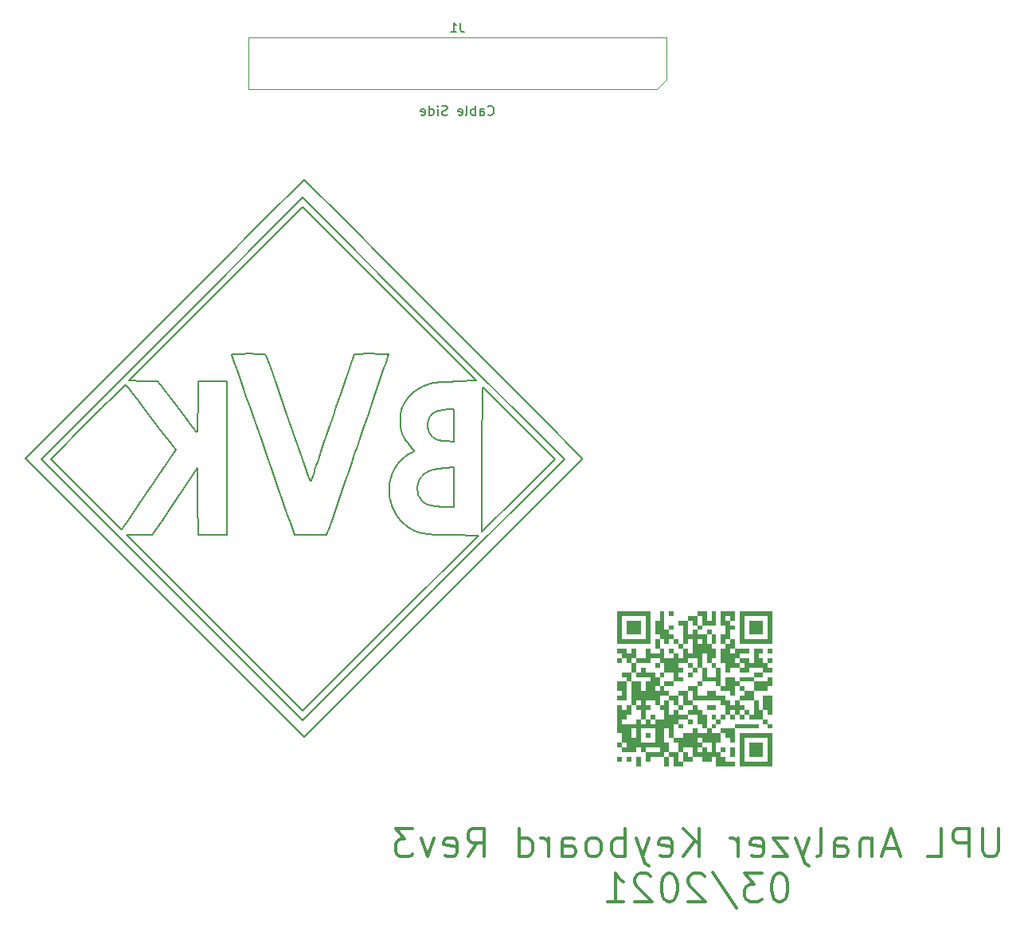
<source format=gbr>
%TF.GenerationSoftware,KiCad,Pcbnew,(5.1.9)-1*%
%TF.CreationDate,2021-03-26T19:35:24+01:00*%
%TF.ProjectId,UPL_Keyboard,55504c5f-4b65-4796-926f-6172642e6b69,2*%
%TF.SameCoordinates,Original*%
%TF.FileFunction,Legend,Bot*%
%TF.FilePolarity,Positive*%
%FSLAX46Y46*%
G04 Gerber Fmt 4.6, Leading zero omitted, Abs format (unit mm)*
G04 Created by KiCad (PCBNEW (5.1.9)-1) date 2021-03-26 19:35:24*
%MOMM*%
%LPD*%
G01*
G04 APERTURE LIST*
%ADD10C,0.300000*%
%ADD11C,0.200000*%
%ADD12C,0.120000*%
%ADD13C,0.100000*%
%ADD14C,0.150000*%
G04 APERTURE END LIST*
D10*
X354300000Y-176757142D02*
X354300000Y-179185714D01*
X354157142Y-179471428D01*
X354014285Y-179614285D01*
X353728571Y-179757142D01*
X353157142Y-179757142D01*
X352871428Y-179614285D01*
X352728571Y-179471428D01*
X352585714Y-179185714D01*
X352585714Y-176757142D01*
X351157142Y-179757142D02*
X351157142Y-176757142D01*
X350014285Y-176757142D01*
X349728571Y-176900000D01*
X349585714Y-177042857D01*
X349442857Y-177328571D01*
X349442857Y-177757142D01*
X349585714Y-178042857D01*
X349728571Y-178185714D01*
X350014285Y-178328571D01*
X351157142Y-178328571D01*
X346728571Y-179757142D02*
X348157142Y-179757142D01*
X348157142Y-176757142D01*
X343585714Y-178900000D02*
X342157142Y-178900000D01*
X343871428Y-179757142D02*
X342871428Y-176757142D01*
X341871428Y-179757142D01*
X340871428Y-177757142D02*
X340871428Y-179757142D01*
X340871428Y-178042857D02*
X340728571Y-177900000D01*
X340442857Y-177757142D01*
X340014285Y-177757142D01*
X339728571Y-177900000D01*
X339585714Y-178185714D01*
X339585714Y-179757142D01*
X336871428Y-179757142D02*
X336871428Y-178185714D01*
X337014285Y-177900000D01*
X337300000Y-177757142D01*
X337871428Y-177757142D01*
X338157142Y-177900000D01*
X336871428Y-179614285D02*
X337157142Y-179757142D01*
X337871428Y-179757142D01*
X338157142Y-179614285D01*
X338300000Y-179328571D01*
X338300000Y-179042857D01*
X338157142Y-178757142D01*
X337871428Y-178614285D01*
X337157142Y-178614285D01*
X336871428Y-178471428D01*
X335014285Y-179757142D02*
X335300000Y-179614285D01*
X335442857Y-179328571D01*
X335442857Y-176757142D01*
X334157142Y-177757142D02*
X333442857Y-179757142D01*
X332728571Y-177757142D02*
X333442857Y-179757142D01*
X333728571Y-180471428D01*
X333871428Y-180614285D01*
X334157142Y-180757142D01*
X331871428Y-177757142D02*
X330300000Y-177757142D01*
X331871428Y-179757142D01*
X330300000Y-179757142D01*
X328014285Y-179614285D02*
X328300000Y-179757142D01*
X328871428Y-179757142D01*
X329157142Y-179614285D01*
X329300000Y-179328571D01*
X329300000Y-178185714D01*
X329157142Y-177900000D01*
X328871428Y-177757142D01*
X328300000Y-177757142D01*
X328014285Y-177900000D01*
X327871428Y-178185714D01*
X327871428Y-178471428D01*
X329300000Y-178757142D01*
X326585714Y-179757142D02*
X326585714Y-177757142D01*
X326585714Y-178328571D02*
X326442857Y-178042857D01*
X326300000Y-177900000D01*
X326014285Y-177757142D01*
X325728571Y-177757142D01*
X322442857Y-179757142D02*
X322442857Y-176757142D01*
X320728571Y-179757142D02*
X322014285Y-178042857D01*
X320728571Y-176757142D02*
X322442857Y-178471428D01*
X318300000Y-179614285D02*
X318585714Y-179757142D01*
X319157142Y-179757142D01*
X319442857Y-179614285D01*
X319585714Y-179328571D01*
X319585714Y-178185714D01*
X319442857Y-177900000D01*
X319157142Y-177757142D01*
X318585714Y-177757142D01*
X318300000Y-177900000D01*
X318157142Y-178185714D01*
X318157142Y-178471428D01*
X319585714Y-178757142D01*
X317157142Y-177757142D02*
X316442857Y-179757142D01*
X315728571Y-177757142D02*
X316442857Y-179757142D01*
X316728571Y-180471428D01*
X316871428Y-180614285D01*
X317157142Y-180757142D01*
X314585714Y-179757142D02*
X314585714Y-176757142D01*
X314585714Y-177900000D02*
X314300000Y-177757142D01*
X313728571Y-177757142D01*
X313442857Y-177900000D01*
X313300000Y-178042857D01*
X313157142Y-178328571D01*
X313157142Y-179185714D01*
X313300000Y-179471428D01*
X313442857Y-179614285D01*
X313728571Y-179757142D01*
X314300000Y-179757142D01*
X314585714Y-179614285D01*
X311442857Y-179757142D02*
X311728571Y-179614285D01*
X311871428Y-179471428D01*
X312014285Y-179185714D01*
X312014285Y-178328571D01*
X311871428Y-178042857D01*
X311728571Y-177900000D01*
X311442857Y-177757142D01*
X311014285Y-177757142D01*
X310728571Y-177900000D01*
X310585714Y-178042857D01*
X310442857Y-178328571D01*
X310442857Y-179185714D01*
X310585714Y-179471428D01*
X310728571Y-179614285D01*
X311014285Y-179757142D01*
X311442857Y-179757142D01*
X307871428Y-179757142D02*
X307871428Y-178185714D01*
X308014285Y-177900000D01*
X308300000Y-177757142D01*
X308871428Y-177757142D01*
X309157142Y-177900000D01*
X307871428Y-179614285D02*
X308157142Y-179757142D01*
X308871428Y-179757142D01*
X309157142Y-179614285D01*
X309300000Y-179328571D01*
X309300000Y-179042857D01*
X309157142Y-178757142D01*
X308871428Y-178614285D01*
X308157142Y-178614285D01*
X307871428Y-178471428D01*
X306442857Y-179757142D02*
X306442857Y-177757142D01*
X306442857Y-178328571D02*
X306300000Y-178042857D01*
X306157142Y-177900000D01*
X305871428Y-177757142D01*
X305585714Y-177757142D01*
X303300000Y-179757142D02*
X303300000Y-176757142D01*
X303300000Y-179614285D02*
X303585714Y-179757142D01*
X304157142Y-179757142D01*
X304442857Y-179614285D01*
X304585714Y-179471428D01*
X304728571Y-179185714D01*
X304728571Y-178328571D01*
X304585714Y-178042857D01*
X304442857Y-177900000D01*
X304157142Y-177757142D01*
X303585714Y-177757142D01*
X303300000Y-177900000D01*
X297871428Y-179757142D02*
X298871428Y-178328571D01*
X299585714Y-179757142D02*
X299585714Y-176757142D01*
X298442857Y-176757142D01*
X298157142Y-176900000D01*
X298014285Y-177042857D01*
X297871428Y-177328571D01*
X297871428Y-177757142D01*
X298014285Y-178042857D01*
X298157142Y-178185714D01*
X298442857Y-178328571D01*
X299585714Y-178328571D01*
X295442857Y-179614285D02*
X295728571Y-179757142D01*
X296300000Y-179757142D01*
X296585714Y-179614285D01*
X296728571Y-179328571D01*
X296728571Y-178185714D01*
X296585714Y-177900000D01*
X296300000Y-177757142D01*
X295728571Y-177757142D01*
X295442857Y-177900000D01*
X295300000Y-178185714D01*
X295300000Y-178471428D01*
X296728571Y-178757142D01*
X294300000Y-177757142D02*
X293585714Y-179757142D01*
X292871428Y-177757142D01*
X292014285Y-176757142D02*
X290157142Y-176757142D01*
X291157142Y-177900000D01*
X290728571Y-177900000D01*
X290442857Y-178042857D01*
X290300000Y-178185714D01*
X290157142Y-178471428D01*
X290157142Y-179185714D01*
X290300000Y-179471428D01*
X290442857Y-179614285D01*
X290728571Y-179757142D01*
X291585714Y-179757142D01*
X291871428Y-179614285D01*
X292014285Y-179471428D01*
X331157142Y-181557142D02*
X330871428Y-181557142D01*
X330585714Y-181700000D01*
X330442857Y-181842857D01*
X330300000Y-182128571D01*
X330157142Y-182700000D01*
X330157142Y-183414285D01*
X330300000Y-183985714D01*
X330442857Y-184271428D01*
X330585714Y-184414285D01*
X330871428Y-184557142D01*
X331157142Y-184557142D01*
X331442857Y-184414285D01*
X331585714Y-184271428D01*
X331728571Y-183985714D01*
X331871428Y-183414285D01*
X331871428Y-182700000D01*
X331728571Y-182128571D01*
X331585714Y-181842857D01*
X331442857Y-181700000D01*
X331157142Y-181557142D01*
X329157142Y-181557142D02*
X327300000Y-181557142D01*
X328300000Y-182700000D01*
X327871428Y-182700000D01*
X327585714Y-182842857D01*
X327442857Y-182985714D01*
X327300000Y-183271428D01*
X327300000Y-183985714D01*
X327442857Y-184271428D01*
X327585714Y-184414285D01*
X327871428Y-184557142D01*
X328728571Y-184557142D01*
X329014285Y-184414285D01*
X329157142Y-184271428D01*
X323871428Y-181414285D02*
X326442857Y-185271428D01*
X323014285Y-181842857D02*
X322871428Y-181700000D01*
X322585714Y-181557142D01*
X321871428Y-181557142D01*
X321585714Y-181700000D01*
X321442857Y-181842857D01*
X321300000Y-182128571D01*
X321300000Y-182414285D01*
X321442857Y-182842857D01*
X323157142Y-184557142D01*
X321300000Y-184557142D01*
X319442857Y-181557142D02*
X319157142Y-181557142D01*
X318871428Y-181700000D01*
X318728571Y-181842857D01*
X318585714Y-182128571D01*
X318442857Y-182700000D01*
X318442857Y-183414285D01*
X318585714Y-183985714D01*
X318728571Y-184271428D01*
X318871428Y-184414285D01*
X319157142Y-184557142D01*
X319442857Y-184557142D01*
X319728571Y-184414285D01*
X319871428Y-184271428D01*
X320014285Y-183985714D01*
X320157142Y-183414285D01*
X320157142Y-182700000D01*
X320014285Y-182128571D01*
X319871428Y-181842857D01*
X319728571Y-181700000D01*
X319442857Y-181557142D01*
X317300000Y-181842857D02*
X317157142Y-181700000D01*
X316871428Y-181557142D01*
X316157142Y-181557142D01*
X315871428Y-181700000D01*
X315728571Y-181842857D01*
X315585714Y-182128571D01*
X315585714Y-182414285D01*
X315728571Y-182842857D01*
X317442857Y-184557142D01*
X315585714Y-184557142D01*
X312728571Y-184557142D02*
X314442857Y-184557142D01*
X313585714Y-184557142D02*
X313585714Y-181557142D01*
X313871428Y-181985714D01*
X314157142Y-182271428D01*
X314442857Y-182414285D01*
D11*
X294213693Y-123571987D02*
X280313873Y-109671897D01*
X293973000Y-129418601D02*
G75*
G03*
X293010742Y-129761924I1223625J-4949698D01*
G01*
X266413873Y-123571897D02*
X252513873Y-137471897D01*
X280313514Y-165272077D02*
X294213514Y-151372077D01*
X276080764Y-112119500D02*
X280428401Y-107786571D01*
X284842967Y-112115844D02*
X289627551Y-116889359D01*
X310051162Y-137446721D02*
G75*
G03*
X310035852Y-137375007I-63555J23923D01*
G01*
X280313873Y-109671897D02*
X266413873Y-123571897D01*
X305682463Y-141844176D02*
X300902253Y-146621582D01*
X290758736Y-134341885D02*
G75*
G03*
X290835888Y-134639916I1688521J278114D01*
G01*
X291863694Y-136771487D02*
G75*
G03*
X291434150Y-137030911I1520875J-3003529D01*
G01*
X292126254Y-136629684D02*
G75*
G03*
X292153819Y-136609983I-89014J153684D01*
G01*
X295231610Y-152277000D02*
X280449526Y-167007736D01*
X289577818Y-139815904D02*
G75*
G03*
X289567155Y-141648162I4836485J-944304D01*
G01*
X290264689Y-138174337D02*
G75*
G03*
X289577817Y-139815904I3634729J-2485345D01*
G01*
X290714575Y-133371987D02*
X290723577Y-133979991D01*
X290578380Y-137781709D02*
G75*
G03*
X290264689Y-138174337I2478917J-2302154D01*
G01*
X289627551Y-116889359D02*
X295301289Y-122559582D01*
X280463694Y-107771987D02*
G75*
G03*
X280428401Y-107786571I0J-49997D01*
G01*
X265613651Y-122572030D02*
X271292162Y-116897034D01*
X300902253Y-146621582D02*
X295231610Y-152277000D01*
X290987152Y-137384341D02*
G75*
G03*
X290578379Y-137781708I3680134J-4194713D01*
G01*
X291899970Y-136266380D02*
X292043473Y-136437060D01*
X291479912Y-130955906D02*
G75*
G03*
X290982581Y-131750181I2979888J-2418682D01*
G01*
X265631694Y-152189904D02*
X250813862Y-137372072D01*
X308113514Y-137472077D02*
X294213693Y-123571987D01*
X290837656Y-132103429D02*
G75*
G03*
X290760385Y-132402682I1639571J-582961D01*
G01*
X280449526Y-167007736D02*
X265631694Y-152189904D01*
X291434149Y-137030911D02*
G75*
G03*
X290987152Y-137384342I3230712J-4545384D01*
G01*
X291962367Y-136720457D02*
X291863693Y-136771487D01*
X292052043Y-136671827D02*
X291962367Y-136720457D01*
X292126254Y-136629684D02*
X292052043Y-136671827D01*
X290723577Y-133979990D02*
G75*
G03*
X290758735Y-134341884I2738857J83423D01*
G01*
X250813862Y-137372072D02*
X265613651Y-122572030D01*
X252513873Y-137471897D02*
X266413693Y-151371987D01*
X292153819Y-136609983D02*
G75*
G03*
X292156679Y-136581826I-13576J15603D01*
G01*
X292043473Y-136437060D02*
X292156679Y-136581826D01*
X291521496Y-135835533D02*
G75*
G03*
X291721825Y-136070335I2668328J2073720D01*
G01*
X294976721Y-129285305D02*
X294374274Y-129345287D01*
X296699069Y-129201678D02*
X295747048Y-129236944D01*
X280498986Y-107786570D02*
G75*
G03*
X280463693Y-107771987I-35292J-35414D01*
G01*
X290981699Y-134993794D02*
G75*
G03*
X291118261Y-135249225I2490684J1167383D01*
G01*
X290760385Y-132402682D02*
G75*
G03*
X290724641Y-132765976I2743013J-453288D01*
G01*
X310005028Y-137518300D02*
G75*
G03*
X310051162Y-137446720I-142817J142702D01*
G01*
X266413693Y-151371987D02*
X280313514Y-165272077D01*
X310005028Y-137518301D02*
X305682463Y-141844176D01*
X271292162Y-116897034D02*
X276080764Y-112119500D01*
X292166559Y-130282579D02*
G75*
G03*
X291479913Y-130955906I2613374J-3351847D01*
G01*
X290982581Y-131750181D02*
G75*
G03*
X290837656Y-132103429I3626999J-1694379D01*
G01*
X300968698Y-128236937D02*
X305733842Y-133032562D01*
X291721825Y-136070335D02*
X291899970Y-136266380D01*
X291309663Y-135545898D02*
X291521495Y-135835534D01*
X291118261Y-135249225D02*
X291309663Y-135545898D01*
X295747048Y-129236944D02*
X294976721Y-129285305D01*
X305733842Y-133032562D02*
X310035852Y-137375007D01*
X294374274Y-129345287D02*
G75*
G03*
X293973000Y-129418601I393281J-3287381D01*
G01*
X298784445Y-129143143D02*
X296699069Y-129201678D01*
X290724641Y-132765976D02*
X290714575Y-133371987D01*
X294213514Y-151372077D02*
X308113514Y-137472077D01*
X280498986Y-107786571D02*
X284842967Y-112115844D01*
X290835888Y-134639915D02*
G75*
G03*
X290981699Y-134993794I3798667J1358214D01*
G01*
X293010742Y-129761924D02*
G75*
G03*
X292166558Y-130282579I1944072J-4096798D01*
G01*
X289549271Y-119907565D02*
X298784445Y-129143143D01*
X295301289Y-122559582D02*
X300968698Y-128236937D01*
X299363693Y-145221665D02*
X299363693Y-137546826D01*
X293735143Y-134593107D02*
G75*
G03*
X293980329Y-134983865I1485708J659923D01*
G01*
X299369118Y-134603905D02*
X299385870Y-132126471D01*
X294318266Y-135274814D02*
G75*
G03*
X294547721Y-135391931I830494J1343766D01*
G01*
X299439187Y-129871987D02*
G75*
G03*
X299408168Y-129902691I0J-31021D01*
G01*
X295575429Y-132197438D02*
X296363693Y-132143409D01*
X296363693Y-135597068D02*
X295530970Y-135553361D01*
X299491511Y-129893348D02*
X300608513Y-130988286D01*
X295238693Y-142541185D02*
X294373741Y-142475732D01*
X296363693Y-140477769D02*
X296363693Y-142601708D01*
X293814532Y-142379455D02*
G75*
G03*
X294373741Y-142475732I936161J3765331D01*
G01*
X294721059Y-138500000D02*
G75*
G03*
X294153731Y-138615027I637103J-4598837D01*
G01*
X295575429Y-132197438D02*
G75*
G03*
X294721207Y-132329163I349866J-5104463D01*
G01*
X299385870Y-132126471D02*
X299408168Y-129902691D01*
X294721207Y-132329163D02*
G75*
G03*
X294138806Y-132600371I383835J-1585193D01*
G01*
X295530970Y-135553361D02*
X295099334Y-135520312D01*
X293685349Y-138779817D02*
G75*
G03*
X293266103Y-139008523I1129132J-2568460D01*
G01*
X295447702Y-138422505D02*
X296363693Y-138353830D01*
X293053202Y-141997813D02*
G75*
G03*
X293406120Y-142229227I1143183J1358598D01*
G01*
X294721059Y-138499999D02*
X295447702Y-138422505D01*
X293266103Y-139008523D02*
G75*
G03*
X292711973Y-139620440I919614J-1389628D01*
G01*
X294138806Y-132600371D02*
G75*
G03*
X293778041Y-133034094I694744J-944781D01*
G01*
X294792569Y-135469834D02*
G75*
G03*
X295099334Y-135520312I555454J2418262D01*
G01*
X292469563Y-140468761D02*
G75*
G03*
X292590251Y-141334926I2096772J-149334D01*
G01*
X294547721Y-135391930D02*
G75*
G03*
X294792568Y-135469834I594822J1445766D01*
G01*
X300608513Y-130988286D02*
X301851769Y-132215116D01*
X299491512Y-129893347D02*
G75*
G03*
X299439187Y-129871987I-52325J-53408D01*
G01*
X307113039Y-137472320D02*
X303238366Y-141346992D01*
X294153731Y-138615027D02*
G75*
G03*
X293685349Y-138779818I849595J-3162821D01*
G01*
X296363693Y-142601708D02*
X295238693Y-142541185D01*
X293603496Y-134136121D02*
G75*
G03*
X293735144Y-134593107I1716851J247131D01*
G01*
X293980329Y-134983864D02*
G75*
G03*
X294318266Y-135274813I1086474J920208D01*
G01*
X299363693Y-137546826D02*
X299369118Y-134603905D01*
X296363693Y-133870238D02*
X296363693Y-135597068D01*
X293406120Y-142229228D02*
G75*
G03*
X293814532Y-142379455I891947J1794600D01*
G01*
X296363693Y-132143409D02*
X296363693Y-133870238D01*
X303238366Y-141346992D02*
X299363693Y-145221665D01*
X293597425Y-133651959D02*
G75*
G03*
X293603496Y-134136121I1848596J-218939D01*
G01*
X292711973Y-139620440D02*
G75*
G03*
X292469563Y-140468761I1896189J-1000636D01*
G01*
X293778041Y-133034094D02*
G75*
G03*
X293597425Y-133651959I1747827J-846262D01*
G01*
X296363693Y-138353830D02*
X296363693Y-140477769D01*
X292590251Y-141334926D02*
G75*
G03*
X293053201Y-141997814I1469186J532953D01*
G01*
X301851769Y-132215116D02*
X303313860Y-133672154D01*
X264132691Y-132984856D02*
X264907265Y-134008217D01*
X262286773Y-130546987D02*
X262689906Y-131079165D01*
X289459472Y-126331920D02*
G75*
G03*
X289463693Y-126305983I-77574J25937D01*
G01*
X278443903Y-142728237D02*
X278761518Y-143639406D01*
X276563412Y-137326931D02*
X276984812Y-138536675D01*
X288338489Y-126274679D02*
X287638693Y-126272390D01*
X258704785Y-142659656D02*
X257263681Y-141221975D01*
X264907265Y-134008217D02*
X266788903Y-136494447D01*
X287283835Y-132664469D02*
X287744464Y-131321987D01*
X261998672Y-130173243D02*
X262286773Y-130546987D01*
X303313860Y-133672154D02*
X307113039Y-137472320D01*
X261745103Y-129858394D02*
X261998672Y-130173243D01*
X288187476Y-130031506D02*
X288610938Y-128800255D01*
X283067629Y-144972661D02*
X283398090Y-144015376D01*
X261522552Y-129591639D02*
X261745103Y-129858394D01*
X287638693Y-126272390D02*
X285813693Y-126272793D01*
X289463693Y-126305983D02*
G75*
G03*
X289450048Y-126292066I-13920J0D01*
G01*
X281128423Y-145549293D02*
X282837520Y-145576598D01*
X289272020Y-126886980D02*
X289372390Y-126591725D01*
X287744464Y-131321987D02*
X288187476Y-130031506D01*
X278761518Y-143639406D02*
X278982378Y-144271987D01*
X261522553Y-129591639D02*
G75*
G03*
X261480331Y-129571987I-42222J-35530D01*
G01*
X257463706Y-133521975D02*
X258982705Y-132007474D01*
X288970517Y-127756713D02*
X289152872Y-127230983D01*
X277762858Y-140771987D02*
X278094507Y-141725063D01*
X263361320Y-131965911D02*
X264132691Y-132984856D01*
X260272568Y-130732296D02*
X261433383Y-129591194D01*
X288610938Y-128800255D02*
X288970517Y-127756713D01*
X261480331Y-129571988D02*
G75*
G03*
X261433383Y-129591194I0J-66984D01*
G01*
X258982705Y-132007474D02*
X260272568Y-130732296D01*
X263951298Y-140730778D02*
X262859647Y-142355285D01*
X289152872Y-127230983D02*
X289272020Y-126886980D01*
X285164675Y-138839535D02*
X285506614Y-137839487D01*
X276984812Y-138536675D02*
X277407666Y-139751172D01*
X278094507Y-141725063D02*
X278443903Y-142728237D01*
X277407666Y-139751172D02*
X277762858Y-140771987D01*
X261027991Y-144956097D02*
X259926255Y-143869705D01*
X261063194Y-144969548D02*
G75*
G03*
X261095316Y-144951566I-1993J41241D01*
G01*
X285506614Y-137839487D02*
X285836284Y-136877274D01*
X276213124Y-136321987D02*
X276563412Y-137326931D01*
X289450048Y-126292066D02*
X288927600Y-126282092D01*
X253514668Y-137471962D02*
X257463706Y-133521975D01*
X285813693Y-126272793D02*
X284780460Y-129297390D01*
X279419327Y-145521987D02*
X281128423Y-145549293D01*
X275862885Y-135317044D02*
X276213124Y-136321987D01*
X286807431Y-134051987D02*
X287283835Y-132664469D01*
X289372390Y-126591725D02*
X289459472Y-126331920D01*
X259926255Y-143869705D02*
X258704785Y-142659656D01*
X261027991Y-144956096D02*
G75*
G03*
X261063193Y-144969548I32939J33412D01*
G01*
X286095857Y-136121987D02*
X286380658Y-135294158D01*
X286380658Y-135294158D02*
X286807431Y-134051987D01*
X282946740Y-145299293D02*
X283067629Y-144972661D01*
X285836284Y-136877274D02*
X286095857Y-136121987D01*
X261932406Y-143723403D02*
X261095316Y-144951566D01*
X262689906Y-131079165D02*
X263361320Y-131965911D01*
X282837520Y-145576598D02*
X282946740Y-145299293D01*
X288927600Y-126282092D02*
X288338489Y-126274679D01*
X278982378Y-144271987D02*
X279419327Y-145521987D01*
X283913467Y-142510099D02*
X284863693Y-139721987D01*
X283398090Y-144015376D02*
X283913467Y-142510099D01*
X257263681Y-141221975D02*
X253514668Y-137471962D01*
X284863693Y-139721987D02*
X285164675Y-138839535D01*
X262859647Y-142355285D02*
X261932406Y-143723403D01*
X266788903Y-136494447D02*
X263951298Y-140730778D01*
X272263693Y-137371987D02*
X272263693Y-129171987D01*
X272263693Y-129171987D02*
X270713693Y-129171987D01*
X284780460Y-129297390D02*
X284344460Y-130572706D01*
X281244236Y-139656966D02*
X281208124Y-139761300D01*
X282602951Y-135654175D02*
X282256908Y-136670323D01*
X275441640Y-134107300D02*
X275862885Y-135317044D01*
X269158791Y-133366961D02*
X269138528Y-134118886D01*
X275019012Y-132892802D02*
X275441640Y-134107300D01*
X274664088Y-131871987D02*
X275019012Y-132892802D01*
X274323836Y-130893778D02*
X274664088Y-131871987D01*
X273947607Y-129813932D02*
X274323836Y-130893778D01*
X273592268Y-128795497D02*
X273947607Y-129813932D01*
X273322954Y-128025416D02*
X273592268Y-128795497D01*
X276881505Y-127778938D02*
X276489642Y-126656936D01*
X273108590Y-127407785D02*
X273322954Y-128025416D01*
X272927976Y-126874799D02*
X273108590Y-127407785D01*
X263388291Y-129154924D02*
X261862889Y-129121987D01*
X280445242Y-138030531D02*
X278513259Y-132471987D01*
X268952063Y-134498845D02*
G75*
G03*
X269038693Y-134589728I484892J375473D01*
G01*
X272773204Y-126409378D02*
X272927976Y-126874799D01*
X281102120Y-139767168D02*
G75*
G03*
X281208124Y-139761300I51781J24993D01*
G01*
X272763694Y-126350416D02*
G75*
G03*
X272773204Y-126409378I187535J0D01*
G01*
X268952063Y-134498845D02*
X268362912Y-133736616D01*
X272793918Y-126318599D02*
G75*
G03*
X272763693Y-126350416I1634J-31817D01*
G01*
X281681613Y-138367692D02*
X281446628Y-139060723D01*
X269166188Y-145571987D02*
X270714941Y-145571987D01*
X273289301Y-126295026D02*
X272793918Y-126318600D01*
X273866898Y-126277625D02*
X273289301Y-126295026D01*
X274552995Y-126271987D02*
X273866898Y-126277625D01*
X269113693Y-138384565D02*
X269139941Y-141978276D01*
X269163693Y-129171987D02*
X269163693Y-131934232D01*
X275606437Y-126276841D02*
X274552995Y-126271987D01*
X276063030Y-126300399D02*
X275606437Y-126276841D01*
X282256908Y-136670323D02*
X281951050Y-137571987D01*
X281446628Y-139060723D02*
X281244236Y-139656966D01*
X281951050Y-137571987D02*
X281681613Y-138367692D01*
X268362912Y-133736616D02*
X267689299Y-132857906D01*
X276411475Y-126446987D02*
G75*
G03*
X276306402Y-126349352I-154738J-61170D01*
G01*
X276489642Y-126656936D02*
X276411474Y-126446987D01*
X282935582Y-134680553D02*
X282602951Y-135654175D01*
X266963693Y-141592129D02*
X269113693Y-138384565D01*
X280884883Y-139256062D02*
X280445242Y-138030531D01*
X272263693Y-145571987D02*
X272263693Y-137371987D01*
X271088493Y-119896987D02*
X280314098Y-110671986D01*
X283196032Y-133921987D02*
X282935582Y-134680553D01*
X277463484Y-129450356D02*
X276881505Y-127778938D01*
X278513259Y-132471987D02*
X277463484Y-129450356D01*
X283477255Y-133103973D02*
X283196032Y-133921987D01*
X284344460Y-130572706D02*
X283888825Y-131903512D01*
X280314098Y-110671986D02*
X289549271Y-119907565D01*
X270713693Y-129171987D02*
X269163693Y-129171987D01*
X270714941Y-145571987D02*
X272263693Y-145571987D01*
X269139941Y-141978276D02*
X269166188Y-145571987D01*
X266913693Y-131835420D02*
X264913693Y-129187860D01*
X280884882Y-139256062D02*
G75*
G03*
X281102121Y-139767168I5452535J2015803D01*
G01*
X261862889Y-129121987D02*
X271088493Y-119896987D01*
X269138528Y-134118886D02*
X269105855Y-134562744D01*
X269163693Y-131934232D02*
X269158791Y-133366961D01*
X264913693Y-129187860D02*
X263388291Y-129154924D01*
X267689299Y-132857906D02*
X266913693Y-131835420D01*
X266119997Y-142849008D02*
X266963693Y-141592129D01*
X276306402Y-126349353D02*
G75*
G03*
X276063030Y-126300399I-354811J-1134506D01*
G01*
X283888825Y-131903512D02*
X283477255Y-133103973D01*
X269038694Y-134589728D02*
G75*
G03*
X269105855Y-134562744I26523J31058D01*
G01*
X265364290Y-143970902D02*
X266119997Y-142849008D01*
X262938267Y-145571987D02*
X264262439Y-145571987D01*
X261614095Y-145571987D02*
X262938267Y-145571987D01*
X280313293Y-164271989D02*
X270963694Y-154921988D01*
X264725830Y-144915686D02*
X265364290Y-143970902D01*
X264538066Y-145185840D02*
X264725830Y-144915686D01*
X296139215Y-145562590D02*
X298964736Y-145621987D01*
X294051823Y-145494183D02*
X296139215Y-145562590D01*
X264262439Y-145571987D02*
X264538066Y-145185840D01*
X270963694Y-154921988D02*
X261614095Y-145571987D01*
X292972397Y-145369650D02*
G75*
G03*
X294051823Y-145494183I1423231J7595924D01*
G01*
X289639015Y-154946988D02*
X280313293Y-164271989D01*
X290228027Y-143367298D02*
G75*
G03*
X291457453Y-144685374I3903214J2408287D01*
G01*
X291457453Y-144685375D02*
G75*
G03*
X292213835Y-145126868I2718274J3788363D01*
G01*
X298964736Y-145621987D02*
X289639015Y-154946988D01*
X292213835Y-145126868D02*
G75*
G03*
X292972397Y-145369650I1349010J2908479D01*
G01*
X289567155Y-141648162D02*
G75*
G03*
X290228027Y-143367298I4902845J898162D01*
G01*
D12*
%TO.C,J1*%
X317965100Y-98107000D02*
X318965100Y-97107000D01*
X318965100Y-97107000D02*
X318965100Y-92607000D01*
X318965100Y-92607000D02*
X274515100Y-92607000D01*
X274515100Y-92607000D02*
X274515100Y-98107000D01*
X274515100Y-98107000D02*
X317965100Y-98107000D01*
D13*
%TO.C,QR\u002A\u002A\u002A\u002A\u002A*%
G36*
X315770000Y-170150000D02*
G01*
X315770000Y-169650000D01*
X316270000Y-169650000D01*
X316270000Y-170150000D01*
X315770000Y-170150000D01*
G37*
G36*
X318770000Y-170150000D02*
G01*
X318770000Y-169650000D01*
X319270000Y-169650000D01*
X319270000Y-170150000D01*
X318770000Y-170150000D01*
G37*
G36*
X319770000Y-170150000D02*
G01*
X319770000Y-169650000D01*
X320270000Y-169650000D01*
X320270000Y-170150000D01*
X319770000Y-170150000D01*
G37*
G36*
X320270000Y-170150000D02*
G01*
X320270000Y-169650000D01*
X320770000Y-169650000D01*
X320770000Y-170150000D01*
X320270000Y-170150000D01*
G37*
G36*
X324270000Y-170150000D02*
G01*
X324270000Y-169650000D01*
X324770000Y-169650000D01*
X324770000Y-170150000D01*
X324270000Y-170150000D01*
G37*
G36*
X324770000Y-170150000D02*
G01*
X324770000Y-169650000D01*
X325270000Y-169650000D01*
X325270000Y-170150000D01*
X324770000Y-170150000D01*
G37*
G36*
X325270000Y-170150000D02*
G01*
X325270000Y-169650000D01*
X325770000Y-169650000D01*
X325770000Y-170150000D01*
X325270000Y-170150000D01*
G37*
G36*
X325770000Y-170150000D02*
G01*
X325770000Y-169650000D01*
X326270000Y-169650000D01*
X326270000Y-170150000D01*
X325770000Y-170150000D01*
G37*
G36*
X326770000Y-170150000D02*
G01*
X326770000Y-169650000D01*
X327270000Y-169650000D01*
X327270000Y-170150000D01*
X326770000Y-170150000D01*
G37*
G36*
X327270000Y-170150000D02*
G01*
X327270000Y-169650000D01*
X327770000Y-169650000D01*
X327770000Y-170150000D01*
X327270000Y-170150000D01*
G37*
G36*
X327770000Y-170150000D02*
G01*
X327770000Y-169650000D01*
X328270000Y-169650000D01*
X328270000Y-170150000D01*
X327770000Y-170150000D01*
G37*
G36*
X328270000Y-170150000D02*
G01*
X328270000Y-169650000D01*
X328770000Y-169650000D01*
X328770000Y-170150000D01*
X328270000Y-170150000D01*
G37*
G36*
X328770000Y-170150000D02*
G01*
X328770000Y-169650000D01*
X329270000Y-169650000D01*
X329270000Y-170150000D01*
X328770000Y-170150000D01*
G37*
G36*
X329270000Y-170150000D02*
G01*
X329270000Y-169650000D01*
X329770000Y-169650000D01*
X329770000Y-170150000D01*
X329270000Y-170150000D01*
G37*
G36*
X329770000Y-170150000D02*
G01*
X329770000Y-169650000D01*
X330270000Y-169650000D01*
X330270000Y-170150000D01*
X329770000Y-170150000D01*
G37*
G36*
X313770000Y-169650000D02*
G01*
X313770000Y-169150000D01*
X314270000Y-169150000D01*
X314270000Y-169650000D01*
X313770000Y-169650000D01*
G37*
G36*
X314770000Y-169650000D02*
G01*
X314770000Y-169150000D01*
X315270000Y-169150000D01*
X315270000Y-169650000D01*
X314770000Y-169650000D01*
G37*
G36*
X315770000Y-169650000D02*
G01*
X315770000Y-169150000D01*
X316270000Y-169150000D01*
X316270000Y-169650000D01*
X315770000Y-169650000D01*
G37*
G36*
X316770000Y-169650000D02*
G01*
X316770000Y-169150000D01*
X317270000Y-169150000D01*
X317270000Y-169650000D01*
X316770000Y-169650000D01*
G37*
G36*
X318770000Y-169650000D02*
G01*
X318770000Y-169150000D01*
X319270000Y-169150000D01*
X319270000Y-169650000D01*
X318770000Y-169650000D01*
G37*
G36*
X319770000Y-169650000D02*
G01*
X319770000Y-169150000D01*
X320270000Y-169150000D01*
X320270000Y-169650000D01*
X319770000Y-169650000D01*
G37*
G36*
X320770000Y-169650000D02*
G01*
X320770000Y-169150000D01*
X321270000Y-169150000D01*
X321270000Y-169650000D01*
X320770000Y-169650000D01*
G37*
G36*
X321270000Y-169650000D02*
G01*
X321270000Y-169150000D01*
X321770000Y-169150000D01*
X321770000Y-169650000D01*
X321270000Y-169650000D01*
G37*
G36*
X322770000Y-169650000D02*
G01*
X322770000Y-169150000D01*
X323270000Y-169150000D01*
X323270000Y-169650000D01*
X322770000Y-169650000D01*
G37*
G36*
X323270000Y-169650000D02*
G01*
X323270000Y-169150000D01*
X323770000Y-169150000D01*
X323770000Y-169650000D01*
X323270000Y-169650000D01*
G37*
G36*
X324270000Y-169650000D02*
G01*
X324270000Y-169150000D01*
X324770000Y-169150000D01*
X324770000Y-169650000D01*
X324270000Y-169650000D01*
G37*
G36*
X324770000Y-169650000D02*
G01*
X324770000Y-169150000D01*
X325270000Y-169150000D01*
X325270000Y-169650000D01*
X324770000Y-169650000D01*
G37*
G36*
X326770000Y-169650000D02*
G01*
X326770000Y-169150000D01*
X327270000Y-169150000D01*
X327270000Y-169650000D01*
X326770000Y-169650000D01*
G37*
G36*
X329770000Y-169650000D02*
G01*
X329770000Y-169150000D01*
X330270000Y-169150000D01*
X330270000Y-169650000D01*
X329770000Y-169650000D01*
G37*
G36*
X316770000Y-169150000D02*
G01*
X316770000Y-168650000D01*
X317270000Y-168650000D01*
X317270000Y-169150000D01*
X316770000Y-169150000D01*
G37*
G36*
X317270000Y-169150000D02*
G01*
X317270000Y-168650000D01*
X317770000Y-168650000D01*
X317770000Y-169150000D01*
X317270000Y-169150000D01*
G37*
G36*
X317770000Y-169150000D02*
G01*
X317770000Y-168650000D01*
X318270000Y-168650000D01*
X318270000Y-169150000D01*
X317770000Y-169150000D01*
G37*
G36*
X318270000Y-169150000D02*
G01*
X318270000Y-168650000D01*
X318770000Y-168650000D01*
X318770000Y-169150000D01*
X318270000Y-169150000D01*
G37*
G36*
X319270000Y-169150000D02*
G01*
X319270000Y-168650000D01*
X319770000Y-168650000D01*
X319770000Y-169150000D01*
X319270000Y-169150000D01*
G37*
G36*
X319770000Y-169150000D02*
G01*
X319770000Y-168650000D01*
X320270000Y-168650000D01*
X320270000Y-169150000D01*
X319770000Y-169150000D01*
G37*
G36*
X320770000Y-169150000D02*
G01*
X320770000Y-168650000D01*
X321270000Y-168650000D01*
X321270000Y-169150000D01*
X320770000Y-169150000D01*
G37*
G36*
X321770000Y-169150000D02*
G01*
X321770000Y-168650000D01*
X322270000Y-168650000D01*
X322270000Y-169150000D01*
X321770000Y-169150000D01*
G37*
G36*
X322270000Y-169150000D02*
G01*
X322270000Y-168650000D01*
X322770000Y-168650000D01*
X322770000Y-169150000D01*
X322270000Y-169150000D01*
G37*
G36*
X322770000Y-169150000D02*
G01*
X322770000Y-168650000D01*
X323270000Y-168650000D01*
X323270000Y-169150000D01*
X322770000Y-169150000D01*
G37*
G36*
X323270000Y-169150000D02*
G01*
X323270000Y-168650000D01*
X323770000Y-168650000D01*
X323770000Y-169150000D01*
X323270000Y-169150000D01*
G37*
G36*
X323770000Y-169150000D02*
G01*
X323770000Y-168650000D01*
X324270000Y-168650000D01*
X324270000Y-169150000D01*
X323770000Y-169150000D01*
G37*
G36*
X324270000Y-169150000D02*
G01*
X324270000Y-168650000D01*
X324770000Y-168650000D01*
X324770000Y-169150000D01*
X324270000Y-169150000D01*
G37*
G36*
X325770000Y-169150000D02*
G01*
X325770000Y-168650000D01*
X326270000Y-168650000D01*
X326270000Y-169150000D01*
X325770000Y-169150000D01*
G37*
G36*
X326770000Y-169150000D02*
G01*
X326770000Y-168650000D01*
X327270000Y-168650000D01*
X327270000Y-169150000D01*
X326770000Y-169150000D01*
G37*
G36*
X327770000Y-169150000D02*
G01*
X327770000Y-168650000D01*
X328270000Y-168650000D01*
X328270000Y-169150000D01*
X327770000Y-169150000D01*
G37*
G36*
X328270000Y-169150000D02*
G01*
X328270000Y-168650000D01*
X328770000Y-168650000D01*
X328770000Y-169150000D01*
X328270000Y-169150000D01*
G37*
G36*
X328770000Y-169150000D02*
G01*
X328770000Y-168650000D01*
X329270000Y-168650000D01*
X329270000Y-169150000D01*
X328770000Y-169150000D01*
G37*
G36*
X329770000Y-169150000D02*
G01*
X329770000Y-168650000D01*
X330270000Y-168650000D01*
X330270000Y-169150000D01*
X329770000Y-169150000D01*
G37*
G36*
X314270000Y-168650000D02*
G01*
X314270000Y-168150000D01*
X314770000Y-168150000D01*
X314770000Y-168650000D01*
X314270000Y-168650000D01*
G37*
G36*
X314770000Y-168650000D02*
G01*
X314770000Y-168150000D01*
X315270000Y-168150000D01*
X315270000Y-168650000D01*
X314770000Y-168650000D01*
G37*
G36*
X315270000Y-168650000D02*
G01*
X315270000Y-168150000D01*
X315770000Y-168150000D01*
X315770000Y-168650000D01*
X315270000Y-168650000D01*
G37*
G36*
X316270000Y-168650000D02*
G01*
X316270000Y-168150000D01*
X316770000Y-168150000D01*
X316770000Y-168650000D01*
X316270000Y-168650000D01*
G37*
G36*
X318270000Y-168650000D02*
G01*
X318270000Y-168150000D01*
X318770000Y-168150000D01*
X318770000Y-168650000D01*
X318270000Y-168650000D01*
G37*
G36*
X318770000Y-168650000D02*
G01*
X318770000Y-168150000D01*
X319270000Y-168150000D01*
X319270000Y-168650000D01*
X318770000Y-168650000D01*
G37*
G36*
X320270000Y-168650000D02*
G01*
X320270000Y-168150000D01*
X320770000Y-168150000D01*
X320770000Y-168650000D01*
X320270000Y-168650000D01*
G37*
G36*
X321770000Y-168650000D02*
G01*
X321770000Y-168150000D01*
X322270000Y-168150000D01*
X322270000Y-168650000D01*
X321770000Y-168650000D01*
G37*
G36*
X322770000Y-168650000D02*
G01*
X322770000Y-168150000D01*
X323270000Y-168150000D01*
X323270000Y-168650000D01*
X322770000Y-168650000D01*
G37*
G36*
X323770000Y-168650000D02*
G01*
X323770000Y-168150000D01*
X324270000Y-168150000D01*
X324270000Y-168650000D01*
X323770000Y-168650000D01*
G37*
G36*
X324770000Y-168650000D02*
G01*
X324770000Y-168150000D01*
X325270000Y-168150000D01*
X325270000Y-168650000D01*
X324770000Y-168650000D01*
G37*
G36*
X325770000Y-168650000D02*
G01*
X325770000Y-168150000D01*
X326270000Y-168150000D01*
X326270000Y-168650000D01*
X325770000Y-168650000D01*
G37*
G36*
X326770000Y-168650000D02*
G01*
X326770000Y-168150000D01*
X327270000Y-168150000D01*
X327270000Y-168650000D01*
X326770000Y-168650000D01*
G37*
G36*
X327770000Y-168650000D02*
G01*
X327770000Y-168150000D01*
X328270000Y-168150000D01*
X328270000Y-168650000D01*
X327770000Y-168650000D01*
G37*
G36*
X328270000Y-168650000D02*
G01*
X328270000Y-168150000D01*
X328770000Y-168150000D01*
X328770000Y-168650000D01*
X328270000Y-168650000D01*
G37*
G36*
X328770000Y-168650000D02*
G01*
X328770000Y-168150000D01*
X329270000Y-168150000D01*
X329270000Y-168650000D01*
X328770000Y-168650000D01*
G37*
G36*
X329770000Y-168650000D02*
G01*
X329770000Y-168150000D01*
X330270000Y-168150000D01*
X330270000Y-168650000D01*
X329770000Y-168650000D01*
G37*
G36*
X313770000Y-168150000D02*
G01*
X313770000Y-167650000D01*
X314270000Y-167650000D01*
X314270000Y-168150000D01*
X313770000Y-168150000D01*
G37*
G36*
X314770000Y-168150000D02*
G01*
X314770000Y-167650000D01*
X315270000Y-167650000D01*
X315270000Y-168150000D01*
X314770000Y-168150000D01*
G37*
G36*
X315270000Y-168150000D02*
G01*
X315270000Y-167650000D01*
X315770000Y-167650000D01*
X315770000Y-168150000D01*
X315270000Y-168150000D01*
G37*
G36*
X315770000Y-168150000D02*
G01*
X315770000Y-167650000D01*
X316270000Y-167650000D01*
X316270000Y-168150000D01*
X315770000Y-168150000D01*
G37*
G36*
X316270000Y-168150000D02*
G01*
X316270000Y-167650000D01*
X316770000Y-167650000D01*
X316770000Y-168150000D01*
X316270000Y-168150000D01*
G37*
G36*
X316770000Y-168150000D02*
G01*
X316770000Y-167650000D01*
X317270000Y-167650000D01*
X317270000Y-168150000D01*
X316770000Y-168150000D01*
G37*
G36*
X317270000Y-168150000D02*
G01*
X317270000Y-167650000D01*
X317770000Y-167650000D01*
X317770000Y-168150000D01*
X317270000Y-168150000D01*
G37*
G36*
X317770000Y-168150000D02*
G01*
X317770000Y-167650000D01*
X318270000Y-167650000D01*
X318270000Y-168150000D01*
X317770000Y-168150000D01*
G37*
G36*
X318270000Y-168150000D02*
G01*
X318270000Y-167650000D01*
X318770000Y-167650000D01*
X318770000Y-168150000D01*
X318270000Y-168150000D01*
G37*
G36*
X318770000Y-168150000D02*
G01*
X318770000Y-167650000D01*
X319270000Y-167650000D01*
X319270000Y-168150000D01*
X318770000Y-168150000D01*
G37*
G36*
X320270000Y-168150000D02*
G01*
X320270000Y-167650000D01*
X320770000Y-167650000D01*
X320770000Y-168150000D01*
X320270000Y-168150000D01*
G37*
G36*
X320770000Y-168150000D02*
G01*
X320770000Y-167650000D01*
X321270000Y-167650000D01*
X321270000Y-168150000D01*
X320770000Y-168150000D01*
G37*
G36*
X321270000Y-168150000D02*
G01*
X321270000Y-167650000D01*
X321770000Y-167650000D01*
X321770000Y-168150000D01*
X321270000Y-168150000D01*
G37*
G36*
X321770000Y-168150000D02*
G01*
X321770000Y-167650000D01*
X322270000Y-167650000D01*
X322270000Y-168150000D01*
X321770000Y-168150000D01*
G37*
G36*
X322270000Y-168150000D02*
G01*
X322270000Y-167650000D01*
X322770000Y-167650000D01*
X322770000Y-168150000D01*
X322270000Y-168150000D01*
G37*
G36*
X323770000Y-168150000D02*
G01*
X323770000Y-167650000D01*
X324270000Y-167650000D01*
X324270000Y-168150000D01*
X323770000Y-168150000D01*
G37*
G36*
X326770000Y-168150000D02*
G01*
X326770000Y-167650000D01*
X327270000Y-167650000D01*
X327270000Y-168150000D01*
X326770000Y-168150000D01*
G37*
G36*
X327770000Y-168150000D02*
G01*
X327770000Y-167650000D01*
X328270000Y-167650000D01*
X328270000Y-168150000D01*
X327770000Y-168150000D01*
G37*
G36*
X328270000Y-168150000D02*
G01*
X328270000Y-167650000D01*
X328770000Y-167650000D01*
X328770000Y-168150000D01*
X328270000Y-168150000D01*
G37*
G36*
X328770000Y-168150000D02*
G01*
X328770000Y-167650000D01*
X329270000Y-167650000D01*
X329270000Y-168150000D01*
X328770000Y-168150000D01*
G37*
G36*
X329770000Y-168150000D02*
G01*
X329770000Y-167650000D01*
X330270000Y-167650000D01*
X330270000Y-168150000D01*
X329770000Y-168150000D01*
G37*
G36*
X314270000Y-167650000D02*
G01*
X314270000Y-167150000D01*
X314770000Y-167150000D01*
X314770000Y-167650000D01*
X314270000Y-167650000D01*
G37*
G36*
X314770000Y-167650000D02*
G01*
X314770000Y-167150000D01*
X315270000Y-167150000D01*
X315270000Y-167650000D01*
X314770000Y-167650000D01*
G37*
G36*
X315270000Y-167650000D02*
G01*
X315270000Y-167150000D01*
X315770000Y-167150000D01*
X315770000Y-167650000D01*
X315270000Y-167650000D01*
G37*
G36*
X315770000Y-167650000D02*
G01*
X315770000Y-167150000D01*
X316270000Y-167150000D01*
X316270000Y-167650000D01*
X315770000Y-167650000D01*
G37*
G36*
X317770000Y-167650000D02*
G01*
X317770000Y-167150000D01*
X318270000Y-167150000D01*
X318270000Y-167650000D01*
X317770000Y-167650000D01*
G37*
G36*
X318270000Y-167650000D02*
G01*
X318270000Y-167150000D01*
X318770000Y-167150000D01*
X318770000Y-167650000D01*
X318270000Y-167650000D01*
G37*
G36*
X319770000Y-167650000D02*
G01*
X319770000Y-167150000D01*
X320270000Y-167150000D01*
X320270000Y-167650000D01*
X319770000Y-167650000D01*
G37*
G36*
X320270000Y-167650000D02*
G01*
X320270000Y-167150000D01*
X320770000Y-167150000D01*
X320770000Y-167650000D01*
X320270000Y-167650000D01*
G37*
G36*
X320770000Y-167650000D02*
G01*
X320770000Y-167150000D01*
X321270000Y-167150000D01*
X321270000Y-167650000D01*
X320770000Y-167650000D01*
G37*
G36*
X321270000Y-167650000D02*
G01*
X321270000Y-167150000D01*
X321770000Y-167150000D01*
X321770000Y-167650000D01*
X321270000Y-167650000D01*
G37*
G36*
X321770000Y-167650000D02*
G01*
X321770000Y-167150000D01*
X322270000Y-167150000D01*
X322270000Y-167650000D01*
X321770000Y-167650000D01*
G37*
G36*
X322770000Y-167650000D02*
G01*
X322770000Y-167150000D01*
X323270000Y-167150000D01*
X323270000Y-167650000D01*
X322770000Y-167650000D01*
G37*
G36*
X323270000Y-167650000D02*
G01*
X323270000Y-167150000D01*
X323770000Y-167150000D01*
X323770000Y-167650000D01*
X323270000Y-167650000D01*
G37*
G36*
X323770000Y-167650000D02*
G01*
X323770000Y-167150000D01*
X324270000Y-167150000D01*
X324270000Y-167650000D01*
X323770000Y-167650000D01*
G37*
G36*
X324270000Y-167650000D02*
G01*
X324270000Y-167150000D01*
X324770000Y-167150000D01*
X324770000Y-167650000D01*
X324270000Y-167650000D01*
G37*
G36*
X325770000Y-167650000D02*
G01*
X325770000Y-167150000D01*
X326270000Y-167150000D01*
X326270000Y-167650000D01*
X325770000Y-167650000D01*
G37*
G36*
X326770000Y-167650000D02*
G01*
X326770000Y-167150000D01*
X327270000Y-167150000D01*
X327270000Y-167650000D01*
X326770000Y-167650000D01*
G37*
G36*
X329770000Y-167650000D02*
G01*
X329770000Y-167150000D01*
X330270000Y-167150000D01*
X330270000Y-167650000D01*
X329770000Y-167650000D01*
G37*
G36*
X314270000Y-167150000D02*
G01*
X314270000Y-166650000D01*
X314770000Y-166650000D01*
X314770000Y-167150000D01*
X314270000Y-167150000D01*
G37*
G36*
X314770000Y-167150000D02*
G01*
X314770000Y-166650000D01*
X315270000Y-166650000D01*
X315270000Y-167150000D01*
X314770000Y-167150000D01*
G37*
G36*
X315770000Y-167150000D02*
G01*
X315770000Y-166650000D01*
X316270000Y-166650000D01*
X316270000Y-167150000D01*
X315770000Y-167150000D01*
G37*
G36*
X316770000Y-167150000D02*
G01*
X316770000Y-166650000D01*
X317270000Y-166650000D01*
X317270000Y-167150000D01*
X316770000Y-167150000D01*
G37*
G36*
X317770000Y-167150000D02*
G01*
X317770000Y-166650000D01*
X318270000Y-166650000D01*
X318270000Y-167150000D01*
X317770000Y-167150000D01*
G37*
G36*
X318270000Y-167150000D02*
G01*
X318270000Y-166650000D01*
X318770000Y-166650000D01*
X318770000Y-167150000D01*
X318270000Y-167150000D01*
G37*
G36*
X319270000Y-167150000D02*
G01*
X319270000Y-166650000D01*
X319770000Y-166650000D01*
X319770000Y-167150000D01*
X319270000Y-167150000D01*
G37*
G36*
X320770000Y-167150000D02*
G01*
X320770000Y-166650000D01*
X321270000Y-166650000D01*
X321270000Y-167150000D01*
X320770000Y-167150000D01*
G37*
G36*
X321270000Y-167150000D02*
G01*
X321270000Y-166650000D01*
X321770000Y-166650000D01*
X321770000Y-167150000D01*
X321270000Y-167150000D01*
G37*
G36*
X321770000Y-167150000D02*
G01*
X321770000Y-166650000D01*
X322270000Y-166650000D01*
X322270000Y-167150000D01*
X321770000Y-167150000D01*
G37*
G36*
X322270000Y-167150000D02*
G01*
X322270000Y-166650000D01*
X322770000Y-166650000D01*
X322770000Y-167150000D01*
X322270000Y-167150000D01*
G37*
G36*
X322770000Y-167150000D02*
G01*
X322770000Y-166650000D01*
X323270000Y-166650000D01*
X323270000Y-167150000D01*
X322770000Y-167150000D01*
G37*
G36*
X323270000Y-167150000D02*
G01*
X323270000Y-166650000D01*
X323770000Y-166650000D01*
X323770000Y-167150000D01*
X323270000Y-167150000D01*
G37*
G36*
X323770000Y-167150000D02*
G01*
X323770000Y-166650000D01*
X324270000Y-166650000D01*
X324270000Y-167150000D01*
X323770000Y-167150000D01*
G37*
G36*
X324270000Y-167150000D02*
G01*
X324270000Y-166650000D01*
X324770000Y-166650000D01*
X324770000Y-167150000D01*
X324270000Y-167150000D01*
G37*
G36*
X325270000Y-167150000D02*
G01*
X325270000Y-166650000D01*
X325770000Y-166650000D01*
X325770000Y-167150000D01*
X325270000Y-167150000D01*
G37*
G36*
X325770000Y-167150000D02*
G01*
X325770000Y-166650000D01*
X326270000Y-166650000D01*
X326270000Y-167150000D01*
X325770000Y-167150000D01*
G37*
G36*
X326770000Y-167150000D02*
G01*
X326770000Y-166650000D01*
X327270000Y-166650000D01*
X327270000Y-167150000D01*
X326770000Y-167150000D01*
G37*
G36*
X327270000Y-167150000D02*
G01*
X327270000Y-166650000D01*
X327770000Y-166650000D01*
X327770000Y-167150000D01*
X327270000Y-167150000D01*
G37*
G36*
X327770000Y-167150000D02*
G01*
X327770000Y-166650000D01*
X328270000Y-166650000D01*
X328270000Y-167150000D01*
X327770000Y-167150000D01*
G37*
G36*
X328270000Y-167150000D02*
G01*
X328270000Y-166650000D01*
X328770000Y-166650000D01*
X328770000Y-167150000D01*
X328270000Y-167150000D01*
G37*
G36*
X328770000Y-167150000D02*
G01*
X328770000Y-166650000D01*
X329270000Y-166650000D01*
X329270000Y-167150000D01*
X328770000Y-167150000D01*
G37*
G36*
X329270000Y-167150000D02*
G01*
X329270000Y-166650000D01*
X329770000Y-166650000D01*
X329770000Y-167150000D01*
X329270000Y-167150000D01*
G37*
G36*
X329770000Y-167150000D02*
G01*
X329770000Y-166650000D01*
X330270000Y-166650000D01*
X330270000Y-167150000D01*
X329770000Y-167150000D01*
G37*
G36*
X313770000Y-166650000D02*
G01*
X313770000Y-166150000D01*
X314270000Y-166150000D01*
X314270000Y-166650000D01*
X313770000Y-166650000D01*
G37*
G36*
X314270000Y-166650000D02*
G01*
X314270000Y-166150000D01*
X314770000Y-166150000D01*
X314770000Y-166650000D01*
X314270000Y-166650000D01*
G37*
G36*
X314770000Y-166650000D02*
G01*
X314770000Y-166150000D01*
X315270000Y-166150000D01*
X315270000Y-166650000D01*
X314770000Y-166650000D01*
G37*
G36*
X315770000Y-166650000D02*
G01*
X315770000Y-166150000D01*
X316270000Y-166150000D01*
X316270000Y-166650000D01*
X315770000Y-166650000D01*
G37*
G36*
X317770000Y-166650000D02*
G01*
X317770000Y-166150000D01*
X318270000Y-166150000D01*
X318270000Y-166650000D01*
X317770000Y-166650000D01*
G37*
G36*
X318270000Y-166650000D02*
G01*
X318270000Y-166150000D01*
X318770000Y-166150000D01*
X318770000Y-166650000D01*
X318270000Y-166650000D01*
G37*
G36*
X319270000Y-166650000D02*
G01*
X319270000Y-166150000D01*
X319770000Y-166150000D01*
X319770000Y-166650000D01*
X319270000Y-166650000D01*
G37*
G36*
X321770000Y-166650000D02*
G01*
X321770000Y-166150000D01*
X322270000Y-166150000D01*
X322270000Y-166650000D01*
X321770000Y-166650000D01*
G37*
G36*
X323270000Y-166650000D02*
G01*
X323270000Y-166150000D01*
X323770000Y-166150000D01*
X323770000Y-166650000D01*
X323270000Y-166650000D01*
G37*
G36*
X324770000Y-166650000D02*
G01*
X324770000Y-166150000D01*
X325270000Y-166150000D01*
X325270000Y-166650000D01*
X324770000Y-166650000D01*
G37*
G36*
X325270000Y-166650000D02*
G01*
X325270000Y-166150000D01*
X325770000Y-166150000D01*
X325770000Y-166650000D01*
X325270000Y-166650000D01*
G37*
G36*
X325770000Y-166650000D02*
G01*
X325770000Y-166150000D01*
X326270000Y-166150000D01*
X326270000Y-166650000D01*
X325770000Y-166650000D01*
G37*
G36*
X313770000Y-166150000D02*
G01*
X313770000Y-165650000D01*
X314270000Y-165650000D01*
X314270000Y-166150000D01*
X313770000Y-166150000D01*
G37*
G36*
X314270000Y-166150000D02*
G01*
X314270000Y-165650000D01*
X314770000Y-165650000D01*
X314770000Y-166150000D01*
X314270000Y-166150000D01*
G37*
G36*
X314770000Y-166150000D02*
G01*
X314770000Y-165650000D01*
X315270000Y-165650000D01*
X315270000Y-166150000D01*
X314770000Y-166150000D01*
G37*
G36*
X315270000Y-166150000D02*
G01*
X315270000Y-165650000D01*
X315770000Y-165650000D01*
X315770000Y-166150000D01*
X315270000Y-166150000D01*
G37*
G36*
X315770000Y-166150000D02*
G01*
X315770000Y-165650000D01*
X316270000Y-165650000D01*
X316270000Y-166150000D01*
X315770000Y-166150000D01*
G37*
G36*
X316270000Y-166150000D02*
G01*
X316270000Y-165650000D01*
X316770000Y-165650000D01*
X316770000Y-166150000D01*
X316270000Y-166150000D01*
G37*
G36*
X316770000Y-166150000D02*
G01*
X316770000Y-165650000D01*
X317270000Y-165650000D01*
X317270000Y-166150000D01*
X316770000Y-166150000D01*
G37*
G36*
X317270000Y-166150000D02*
G01*
X317270000Y-165650000D01*
X317770000Y-165650000D01*
X317770000Y-166150000D01*
X317270000Y-166150000D01*
G37*
G36*
X317770000Y-166150000D02*
G01*
X317770000Y-165650000D01*
X318270000Y-165650000D01*
X318270000Y-166150000D01*
X317770000Y-166150000D01*
G37*
G36*
X318270000Y-166150000D02*
G01*
X318270000Y-165650000D01*
X318770000Y-165650000D01*
X318770000Y-166150000D01*
X318270000Y-166150000D01*
G37*
G36*
X318770000Y-166150000D02*
G01*
X318770000Y-165650000D01*
X319270000Y-165650000D01*
X319270000Y-166150000D01*
X318770000Y-166150000D01*
G37*
G36*
X319270000Y-166150000D02*
G01*
X319270000Y-165650000D01*
X319770000Y-165650000D01*
X319770000Y-166150000D01*
X319270000Y-166150000D01*
G37*
G36*
X320270000Y-166150000D02*
G01*
X320270000Y-165650000D01*
X320770000Y-165650000D01*
X320770000Y-166150000D01*
X320270000Y-166150000D01*
G37*
G36*
X322770000Y-166150000D02*
G01*
X322770000Y-165650000D01*
X323270000Y-165650000D01*
X323270000Y-166150000D01*
X322770000Y-166150000D01*
G37*
G36*
X323770000Y-166150000D02*
G01*
X323770000Y-165650000D01*
X324270000Y-165650000D01*
X324270000Y-166150000D01*
X323770000Y-166150000D01*
G37*
G36*
X326270000Y-166150000D02*
G01*
X326270000Y-165650000D01*
X326770000Y-165650000D01*
X326770000Y-166150000D01*
X326270000Y-166150000D01*
G37*
G36*
X326770000Y-166150000D02*
G01*
X326770000Y-165650000D01*
X327270000Y-165650000D01*
X327270000Y-166150000D01*
X326770000Y-166150000D01*
G37*
G36*
X327270000Y-166150000D02*
G01*
X327270000Y-165650000D01*
X327770000Y-165650000D01*
X327770000Y-166150000D01*
X327270000Y-166150000D01*
G37*
G36*
X327770000Y-166150000D02*
G01*
X327770000Y-165650000D01*
X328270000Y-165650000D01*
X328270000Y-166150000D01*
X327770000Y-166150000D01*
G37*
G36*
X328270000Y-166150000D02*
G01*
X328270000Y-165650000D01*
X328770000Y-165650000D01*
X328770000Y-166150000D01*
X328270000Y-166150000D01*
G37*
G36*
X329770000Y-166150000D02*
G01*
X329770000Y-165650000D01*
X330270000Y-165650000D01*
X330270000Y-166150000D01*
X329770000Y-166150000D01*
G37*
G36*
X313770000Y-165650000D02*
G01*
X313770000Y-165150000D01*
X314270000Y-165150000D01*
X314270000Y-165650000D01*
X313770000Y-165650000D01*
G37*
G36*
X315770000Y-165650000D02*
G01*
X315770000Y-165150000D01*
X316270000Y-165150000D01*
X316270000Y-165650000D01*
X315770000Y-165650000D01*
G37*
G36*
X316770000Y-165650000D02*
G01*
X316770000Y-165150000D01*
X317270000Y-165150000D01*
X317270000Y-165650000D01*
X316770000Y-165650000D01*
G37*
G36*
X317770000Y-165650000D02*
G01*
X317770000Y-165150000D01*
X318270000Y-165150000D01*
X318270000Y-165650000D01*
X317770000Y-165650000D01*
G37*
G36*
X318270000Y-165650000D02*
G01*
X318270000Y-165150000D01*
X318770000Y-165150000D01*
X318770000Y-165650000D01*
X318270000Y-165650000D01*
G37*
G36*
X318770000Y-165650000D02*
G01*
X318770000Y-165150000D01*
X319270000Y-165150000D01*
X319270000Y-165650000D01*
X318770000Y-165650000D01*
G37*
G36*
X319270000Y-165650000D02*
G01*
X319270000Y-165150000D01*
X319770000Y-165150000D01*
X319770000Y-165650000D01*
X319270000Y-165650000D01*
G37*
G36*
X319770000Y-165650000D02*
G01*
X319770000Y-165150000D01*
X320270000Y-165150000D01*
X320270000Y-165650000D01*
X319770000Y-165650000D01*
G37*
G36*
X321270000Y-165650000D02*
G01*
X321270000Y-165150000D01*
X321770000Y-165150000D01*
X321770000Y-165650000D01*
X321270000Y-165650000D01*
G37*
G36*
X322270000Y-165650000D02*
G01*
X322270000Y-165150000D01*
X322770000Y-165150000D01*
X322770000Y-165650000D01*
X322270000Y-165650000D01*
G37*
G36*
X322770000Y-165650000D02*
G01*
X322770000Y-165150000D01*
X323270000Y-165150000D01*
X323270000Y-165650000D01*
X322770000Y-165650000D01*
G37*
G36*
X324270000Y-165650000D02*
G01*
X324270000Y-165150000D01*
X324770000Y-165150000D01*
X324770000Y-165650000D01*
X324270000Y-165650000D01*
G37*
G36*
X329270000Y-165650000D02*
G01*
X329270000Y-165150000D01*
X329770000Y-165150000D01*
X329770000Y-165650000D01*
X329270000Y-165650000D01*
G37*
G36*
X313770000Y-165150000D02*
G01*
X313770000Y-164650000D01*
X314270000Y-164650000D01*
X314270000Y-165150000D01*
X313770000Y-165150000D01*
G37*
G36*
X314270000Y-165150000D02*
G01*
X314270000Y-164650000D01*
X314770000Y-164650000D01*
X314770000Y-165150000D01*
X314270000Y-165150000D01*
G37*
G36*
X316270000Y-165150000D02*
G01*
X316270000Y-164650000D01*
X316770000Y-164650000D01*
X316770000Y-165150000D01*
X316270000Y-165150000D01*
G37*
G36*
X317270000Y-165150000D02*
G01*
X317270000Y-164650000D01*
X317770000Y-164650000D01*
X317770000Y-165150000D01*
X317270000Y-165150000D01*
G37*
G36*
X318770000Y-165150000D02*
G01*
X318770000Y-164650000D01*
X319270000Y-164650000D01*
X319270000Y-165150000D01*
X318770000Y-165150000D01*
G37*
G36*
X319270000Y-165150000D02*
G01*
X319270000Y-164650000D01*
X319770000Y-164650000D01*
X319770000Y-165150000D01*
X319270000Y-165150000D01*
G37*
G36*
X319770000Y-165150000D02*
G01*
X319770000Y-164650000D01*
X320270000Y-164650000D01*
X320270000Y-165150000D01*
X319770000Y-165150000D01*
G37*
G36*
X320270000Y-165150000D02*
G01*
X320270000Y-164650000D01*
X320770000Y-164650000D01*
X320770000Y-165150000D01*
X320270000Y-165150000D01*
G37*
G36*
X320770000Y-165150000D02*
G01*
X320770000Y-164650000D01*
X321270000Y-164650000D01*
X321270000Y-165150000D01*
X320770000Y-165150000D01*
G37*
G36*
X322270000Y-165150000D02*
G01*
X322270000Y-164650000D01*
X322770000Y-164650000D01*
X322770000Y-165150000D01*
X322270000Y-165150000D01*
G37*
G36*
X322770000Y-165150000D02*
G01*
X322770000Y-164650000D01*
X323270000Y-164650000D01*
X323270000Y-165150000D01*
X322770000Y-165150000D01*
G37*
G36*
X323770000Y-165150000D02*
G01*
X323770000Y-164650000D01*
X324270000Y-164650000D01*
X324270000Y-165150000D01*
X323770000Y-165150000D01*
G37*
G36*
X324770000Y-165150000D02*
G01*
X324770000Y-164650000D01*
X325270000Y-164650000D01*
X325270000Y-165150000D01*
X324770000Y-165150000D01*
G37*
G36*
X325770000Y-165150000D02*
G01*
X325770000Y-164650000D01*
X326270000Y-164650000D01*
X326270000Y-165150000D01*
X325770000Y-165150000D01*
G37*
G36*
X326770000Y-165150000D02*
G01*
X326770000Y-164650000D01*
X327270000Y-164650000D01*
X327270000Y-165150000D01*
X326770000Y-165150000D01*
G37*
G36*
X327770000Y-165150000D02*
G01*
X327770000Y-164650000D01*
X328270000Y-164650000D01*
X328270000Y-165150000D01*
X327770000Y-165150000D01*
G37*
G36*
X328270000Y-165150000D02*
G01*
X328270000Y-164650000D01*
X328770000Y-164650000D01*
X328770000Y-165150000D01*
X328270000Y-165150000D01*
G37*
G36*
X328770000Y-165150000D02*
G01*
X328770000Y-164650000D01*
X329270000Y-164650000D01*
X329270000Y-165150000D01*
X328770000Y-165150000D01*
G37*
G36*
X313770000Y-164650000D02*
G01*
X313770000Y-164150000D01*
X314270000Y-164150000D01*
X314270000Y-164650000D01*
X313770000Y-164650000D01*
G37*
G36*
X314270000Y-164650000D02*
G01*
X314270000Y-164150000D01*
X314770000Y-164150000D01*
X314770000Y-164650000D01*
X314270000Y-164650000D01*
G37*
G36*
X314770000Y-164650000D02*
G01*
X314770000Y-164150000D01*
X315270000Y-164150000D01*
X315270000Y-164650000D01*
X314770000Y-164650000D01*
G37*
G36*
X316270000Y-164650000D02*
G01*
X316270000Y-164150000D01*
X316770000Y-164150000D01*
X316770000Y-164650000D01*
X316270000Y-164650000D01*
G37*
G36*
X318770000Y-164650000D02*
G01*
X318770000Y-164150000D01*
X319270000Y-164150000D01*
X319270000Y-164650000D01*
X318770000Y-164650000D01*
G37*
G36*
X319770000Y-164650000D02*
G01*
X319770000Y-164150000D01*
X320270000Y-164150000D01*
X320270000Y-164650000D01*
X319770000Y-164650000D01*
G37*
G36*
X321270000Y-164650000D02*
G01*
X321270000Y-164150000D01*
X321770000Y-164150000D01*
X321770000Y-164650000D01*
X321270000Y-164650000D01*
G37*
G36*
X321770000Y-164650000D02*
G01*
X321770000Y-164150000D01*
X322270000Y-164150000D01*
X322270000Y-164650000D01*
X321770000Y-164650000D01*
G37*
G36*
X322270000Y-164650000D02*
G01*
X322270000Y-164150000D01*
X322770000Y-164150000D01*
X322770000Y-164650000D01*
X322270000Y-164650000D01*
G37*
G36*
X325270000Y-164650000D02*
G01*
X325270000Y-164150000D01*
X325770000Y-164150000D01*
X325770000Y-164650000D01*
X325270000Y-164650000D01*
G37*
G36*
X326270000Y-164650000D02*
G01*
X326270000Y-164150000D01*
X326770000Y-164150000D01*
X326770000Y-164650000D01*
X326270000Y-164650000D01*
G37*
G36*
X327270000Y-164650000D02*
G01*
X327270000Y-164150000D01*
X327770000Y-164150000D01*
X327770000Y-164650000D01*
X327270000Y-164650000D01*
G37*
G36*
X328270000Y-164650000D02*
G01*
X328270000Y-164150000D01*
X328770000Y-164150000D01*
X328770000Y-164650000D01*
X328270000Y-164650000D01*
G37*
G36*
X328770000Y-164650000D02*
G01*
X328770000Y-164150000D01*
X329270000Y-164150000D01*
X329270000Y-164650000D01*
X328770000Y-164650000D01*
G37*
G36*
X329770000Y-164650000D02*
G01*
X329770000Y-164150000D01*
X330270000Y-164150000D01*
X330270000Y-164650000D01*
X329770000Y-164650000D01*
G37*
G36*
X313770000Y-164150000D02*
G01*
X313770000Y-163650000D01*
X314270000Y-163650000D01*
X314270000Y-164150000D01*
X313770000Y-164150000D01*
G37*
G36*
X314770000Y-164150000D02*
G01*
X314770000Y-163650000D01*
X315270000Y-163650000D01*
X315270000Y-164150000D01*
X314770000Y-164150000D01*
G37*
G36*
X315770000Y-164150000D02*
G01*
X315770000Y-163650000D01*
X316270000Y-163650000D01*
X316270000Y-164150000D01*
X315770000Y-164150000D01*
G37*
G36*
X316270000Y-164150000D02*
G01*
X316270000Y-163650000D01*
X316770000Y-163650000D01*
X316770000Y-164150000D01*
X316270000Y-164150000D01*
G37*
G36*
X316770000Y-164150000D02*
G01*
X316770000Y-163650000D01*
X317270000Y-163650000D01*
X317270000Y-164150000D01*
X316770000Y-164150000D01*
G37*
G36*
X318270000Y-164150000D02*
G01*
X318270000Y-163650000D01*
X318770000Y-163650000D01*
X318770000Y-164150000D01*
X318270000Y-164150000D01*
G37*
G36*
X318770000Y-164150000D02*
G01*
X318770000Y-163650000D01*
X319270000Y-163650000D01*
X319270000Y-164150000D01*
X318770000Y-164150000D01*
G37*
G36*
X320270000Y-164150000D02*
G01*
X320270000Y-163650000D01*
X320770000Y-163650000D01*
X320770000Y-164150000D01*
X320270000Y-164150000D01*
G37*
G36*
X321770000Y-164150000D02*
G01*
X321770000Y-163650000D01*
X322270000Y-163650000D01*
X322270000Y-164150000D01*
X321770000Y-164150000D01*
G37*
G36*
X323270000Y-164150000D02*
G01*
X323270000Y-163650000D01*
X323770000Y-163650000D01*
X323770000Y-164150000D01*
X323270000Y-164150000D01*
G37*
G36*
X323770000Y-164150000D02*
G01*
X323770000Y-163650000D01*
X324270000Y-163650000D01*
X324270000Y-164150000D01*
X323770000Y-164150000D01*
G37*
G36*
X325270000Y-164150000D02*
G01*
X325270000Y-163650000D01*
X325770000Y-163650000D01*
X325770000Y-164150000D01*
X325270000Y-164150000D01*
G37*
G36*
X325770000Y-164150000D02*
G01*
X325770000Y-163650000D01*
X326270000Y-163650000D01*
X326270000Y-164150000D01*
X325770000Y-164150000D01*
G37*
G36*
X326270000Y-164150000D02*
G01*
X326270000Y-163650000D01*
X326770000Y-163650000D01*
X326770000Y-164150000D01*
X326270000Y-164150000D01*
G37*
G36*
X326770000Y-164150000D02*
G01*
X326770000Y-163650000D01*
X327270000Y-163650000D01*
X327270000Y-164150000D01*
X326770000Y-164150000D01*
G37*
G36*
X328270000Y-164150000D02*
G01*
X328270000Y-163650000D01*
X328770000Y-163650000D01*
X328770000Y-164150000D01*
X328270000Y-164150000D01*
G37*
G36*
X329270000Y-164150000D02*
G01*
X329270000Y-163650000D01*
X329770000Y-163650000D01*
X329770000Y-164150000D01*
X329270000Y-164150000D01*
G37*
G36*
X329770000Y-164150000D02*
G01*
X329770000Y-163650000D01*
X330270000Y-163650000D01*
X330270000Y-164150000D01*
X329770000Y-164150000D01*
G37*
G36*
X315270000Y-163650000D02*
G01*
X315270000Y-163150000D01*
X315770000Y-163150000D01*
X315770000Y-163650000D01*
X315270000Y-163650000D01*
G37*
G36*
X316270000Y-163650000D02*
G01*
X316270000Y-163150000D01*
X316770000Y-163150000D01*
X316770000Y-163650000D01*
X316270000Y-163650000D01*
G37*
G36*
X317770000Y-163650000D02*
G01*
X317770000Y-163150000D01*
X318270000Y-163150000D01*
X318270000Y-163650000D01*
X317770000Y-163650000D01*
G37*
G36*
X318770000Y-163650000D02*
G01*
X318770000Y-163150000D01*
X319270000Y-163150000D01*
X319270000Y-163650000D01*
X318770000Y-163650000D01*
G37*
G36*
X319770000Y-163650000D02*
G01*
X319770000Y-163150000D01*
X320270000Y-163150000D01*
X320270000Y-163650000D01*
X319770000Y-163650000D01*
G37*
G36*
X320770000Y-163650000D02*
G01*
X320770000Y-163150000D01*
X321270000Y-163150000D01*
X321270000Y-163650000D01*
X320770000Y-163650000D01*
G37*
G36*
X321270000Y-163650000D02*
G01*
X321270000Y-163150000D01*
X321770000Y-163150000D01*
X321770000Y-163650000D01*
X321270000Y-163650000D01*
G37*
G36*
X324770000Y-163650000D02*
G01*
X324770000Y-163150000D01*
X325270000Y-163150000D01*
X325270000Y-163650000D01*
X324770000Y-163650000D01*
G37*
G36*
X325270000Y-163650000D02*
G01*
X325270000Y-163150000D01*
X325770000Y-163150000D01*
X325770000Y-163650000D01*
X325270000Y-163650000D01*
G37*
G36*
X326270000Y-163650000D02*
G01*
X326270000Y-163150000D01*
X326770000Y-163150000D01*
X326770000Y-163650000D01*
X326270000Y-163650000D01*
G37*
G36*
X328270000Y-163650000D02*
G01*
X328270000Y-163150000D01*
X328770000Y-163150000D01*
X328770000Y-163650000D01*
X328270000Y-163650000D01*
G37*
G36*
X329270000Y-163650000D02*
G01*
X329270000Y-163150000D01*
X329770000Y-163150000D01*
X329770000Y-163650000D01*
X329270000Y-163650000D01*
G37*
G36*
X329770000Y-163650000D02*
G01*
X329770000Y-163150000D01*
X330270000Y-163150000D01*
X330270000Y-163650000D01*
X329770000Y-163650000D01*
G37*
G36*
X313770000Y-163150000D02*
G01*
X313770000Y-162650000D01*
X314270000Y-162650000D01*
X314270000Y-163150000D01*
X313770000Y-163150000D01*
G37*
G36*
X314270000Y-163150000D02*
G01*
X314270000Y-162650000D01*
X314770000Y-162650000D01*
X314770000Y-163150000D01*
X314270000Y-163150000D01*
G37*
G36*
X315270000Y-163150000D02*
G01*
X315270000Y-162650000D01*
X315770000Y-162650000D01*
X315770000Y-163150000D01*
X315270000Y-163150000D01*
G37*
G36*
X315770000Y-163150000D02*
G01*
X315770000Y-162650000D01*
X316270000Y-162650000D01*
X316270000Y-163150000D01*
X315770000Y-163150000D01*
G37*
G36*
X316270000Y-163150000D02*
G01*
X316270000Y-162650000D01*
X316770000Y-162650000D01*
X316770000Y-163150000D01*
X316270000Y-163150000D01*
G37*
G36*
X316770000Y-163150000D02*
G01*
X316770000Y-162650000D01*
X317270000Y-162650000D01*
X317270000Y-163150000D01*
X316770000Y-163150000D01*
G37*
G36*
X317270000Y-163150000D02*
G01*
X317270000Y-162650000D01*
X317770000Y-162650000D01*
X317770000Y-163150000D01*
X317270000Y-163150000D01*
G37*
G36*
X317770000Y-163150000D02*
G01*
X317770000Y-162650000D01*
X318270000Y-162650000D01*
X318270000Y-163150000D01*
X317770000Y-163150000D01*
G37*
G36*
X319270000Y-163150000D02*
G01*
X319270000Y-162650000D01*
X319770000Y-162650000D01*
X319770000Y-163150000D01*
X319270000Y-163150000D01*
G37*
G36*
X319770000Y-163150000D02*
G01*
X319770000Y-162650000D01*
X320270000Y-162650000D01*
X320270000Y-163150000D01*
X319770000Y-163150000D01*
G37*
G36*
X320770000Y-163150000D02*
G01*
X320770000Y-162650000D01*
X321270000Y-162650000D01*
X321270000Y-163150000D01*
X320770000Y-163150000D01*
G37*
G36*
X321770000Y-163150000D02*
G01*
X321770000Y-162650000D01*
X322270000Y-162650000D01*
X322270000Y-163150000D01*
X321770000Y-163150000D01*
G37*
G36*
X322270000Y-163150000D02*
G01*
X322270000Y-162650000D01*
X322770000Y-162650000D01*
X322770000Y-163150000D01*
X322270000Y-163150000D01*
G37*
G36*
X322770000Y-163150000D02*
G01*
X322770000Y-162650000D01*
X323270000Y-162650000D01*
X323270000Y-163150000D01*
X322770000Y-163150000D01*
G37*
G36*
X323270000Y-163150000D02*
G01*
X323270000Y-162650000D01*
X323770000Y-162650000D01*
X323770000Y-163150000D01*
X323270000Y-163150000D01*
G37*
G36*
X323770000Y-163150000D02*
G01*
X323770000Y-162650000D01*
X324270000Y-162650000D01*
X324270000Y-163150000D01*
X323770000Y-163150000D01*
G37*
G36*
X324270000Y-163150000D02*
G01*
X324270000Y-162650000D01*
X324770000Y-162650000D01*
X324770000Y-163150000D01*
X324270000Y-163150000D01*
G37*
G36*
X324770000Y-163150000D02*
G01*
X324770000Y-162650000D01*
X325270000Y-162650000D01*
X325270000Y-163150000D01*
X324770000Y-163150000D01*
G37*
G36*
X326770000Y-163150000D02*
G01*
X326770000Y-162650000D01*
X327270000Y-162650000D01*
X327270000Y-163150000D01*
X326770000Y-163150000D01*
G37*
G36*
X327270000Y-163150000D02*
G01*
X327270000Y-162650000D01*
X327770000Y-162650000D01*
X327770000Y-163150000D01*
X327270000Y-163150000D01*
G37*
G36*
X327770000Y-163150000D02*
G01*
X327770000Y-162650000D01*
X328270000Y-162650000D01*
X328270000Y-163150000D01*
X327770000Y-163150000D01*
G37*
G36*
X329270000Y-163150000D02*
G01*
X329270000Y-162650000D01*
X329770000Y-162650000D01*
X329770000Y-163150000D01*
X329270000Y-163150000D01*
G37*
G36*
X329770000Y-163150000D02*
G01*
X329770000Y-162650000D01*
X330270000Y-162650000D01*
X330270000Y-163150000D01*
X329770000Y-163150000D01*
G37*
G36*
X314270000Y-162650000D02*
G01*
X314270000Y-162150000D01*
X314770000Y-162150000D01*
X314770000Y-162650000D01*
X314270000Y-162650000D01*
G37*
G36*
X315270000Y-162650000D02*
G01*
X315270000Y-162150000D01*
X315770000Y-162150000D01*
X315770000Y-162650000D01*
X315270000Y-162650000D01*
G37*
G36*
X315770000Y-162650000D02*
G01*
X315770000Y-162150000D01*
X316270000Y-162150000D01*
X316270000Y-162650000D01*
X315770000Y-162650000D01*
G37*
G36*
X316270000Y-162650000D02*
G01*
X316270000Y-162150000D01*
X316770000Y-162150000D01*
X316770000Y-162650000D01*
X316270000Y-162650000D01*
G37*
G36*
X316770000Y-162650000D02*
G01*
X316770000Y-162150000D01*
X317270000Y-162150000D01*
X317270000Y-162650000D01*
X316770000Y-162650000D01*
G37*
G36*
X317270000Y-162650000D02*
G01*
X317270000Y-162150000D01*
X317770000Y-162150000D01*
X317770000Y-162650000D01*
X317270000Y-162650000D01*
G37*
G36*
X317770000Y-162650000D02*
G01*
X317770000Y-162150000D01*
X318270000Y-162150000D01*
X318270000Y-162650000D01*
X317770000Y-162650000D01*
G37*
G36*
X318270000Y-162650000D02*
G01*
X318270000Y-162150000D01*
X318770000Y-162150000D01*
X318770000Y-162650000D01*
X318270000Y-162650000D01*
G37*
G36*
X318770000Y-162650000D02*
G01*
X318770000Y-162150000D01*
X319270000Y-162150000D01*
X319270000Y-162650000D01*
X318770000Y-162650000D01*
G37*
G36*
X320270000Y-162650000D02*
G01*
X320270000Y-162150000D01*
X320770000Y-162150000D01*
X320770000Y-162650000D01*
X320270000Y-162650000D01*
G37*
G36*
X320770000Y-162650000D02*
G01*
X320770000Y-162150000D01*
X321270000Y-162150000D01*
X321270000Y-162650000D01*
X320770000Y-162650000D01*
G37*
G36*
X321770000Y-162650000D02*
G01*
X321770000Y-162150000D01*
X322270000Y-162150000D01*
X322270000Y-162650000D01*
X321770000Y-162650000D01*
G37*
G36*
X323270000Y-162650000D02*
G01*
X323270000Y-162150000D01*
X323770000Y-162150000D01*
X323770000Y-162650000D01*
X323270000Y-162650000D01*
G37*
G36*
X323770000Y-162650000D02*
G01*
X323770000Y-162150000D01*
X324270000Y-162150000D01*
X324270000Y-162650000D01*
X323770000Y-162650000D01*
G37*
G36*
X325770000Y-162650000D02*
G01*
X325770000Y-162150000D01*
X326270000Y-162150000D01*
X326270000Y-162650000D01*
X325770000Y-162650000D01*
G37*
G36*
X327270000Y-162650000D02*
G01*
X327270000Y-162150000D01*
X327770000Y-162150000D01*
X327770000Y-162650000D01*
X327270000Y-162650000D01*
G37*
G36*
X327770000Y-162650000D02*
G01*
X327770000Y-162150000D01*
X328270000Y-162150000D01*
X328270000Y-162650000D01*
X327770000Y-162650000D01*
G37*
G36*
X313770000Y-162150000D02*
G01*
X313770000Y-161650000D01*
X314270000Y-161650000D01*
X314270000Y-162150000D01*
X313770000Y-162150000D01*
G37*
G36*
X314270000Y-162150000D02*
G01*
X314270000Y-161650000D01*
X314770000Y-161650000D01*
X314770000Y-162150000D01*
X314270000Y-162150000D01*
G37*
G36*
X315270000Y-162150000D02*
G01*
X315270000Y-161650000D01*
X315770000Y-161650000D01*
X315770000Y-162150000D01*
X315270000Y-162150000D01*
G37*
G36*
X315770000Y-162150000D02*
G01*
X315770000Y-161650000D01*
X316270000Y-161650000D01*
X316270000Y-162150000D01*
X315770000Y-162150000D01*
G37*
G36*
X316770000Y-162150000D02*
G01*
X316770000Y-161650000D01*
X317270000Y-161650000D01*
X317270000Y-162150000D01*
X316770000Y-162150000D01*
G37*
G36*
X317270000Y-162150000D02*
G01*
X317270000Y-161650000D01*
X317770000Y-161650000D01*
X317770000Y-162150000D01*
X317270000Y-162150000D01*
G37*
G36*
X318270000Y-162150000D02*
G01*
X318270000Y-161650000D01*
X318770000Y-161650000D01*
X318770000Y-162150000D01*
X318270000Y-162150000D01*
G37*
G36*
X321270000Y-162150000D02*
G01*
X321270000Y-161650000D01*
X321770000Y-161650000D01*
X321770000Y-162150000D01*
X321270000Y-162150000D01*
G37*
G36*
X321770000Y-162150000D02*
G01*
X321770000Y-161650000D01*
X322270000Y-161650000D01*
X322270000Y-162150000D01*
X321770000Y-162150000D01*
G37*
G36*
X324770000Y-162150000D02*
G01*
X324770000Y-161650000D01*
X325270000Y-161650000D01*
X325270000Y-162150000D01*
X324770000Y-162150000D01*
G37*
G36*
X325270000Y-162150000D02*
G01*
X325270000Y-161650000D01*
X325770000Y-161650000D01*
X325770000Y-162150000D01*
X325270000Y-162150000D01*
G37*
G36*
X325770000Y-162150000D02*
G01*
X325770000Y-161650000D01*
X326270000Y-161650000D01*
X326270000Y-162150000D01*
X325770000Y-162150000D01*
G37*
G36*
X326770000Y-162150000D02*
G01*
X326770000Y-161650000D01*
X327270000Y-161650000D01*
X327270000Y-162150000D01*
X326770000Y-162150000D01*
G37*
G36*
X328270000Y-162150000D02*
G01*
X328270000Y-161650000D01*
X328770000Y-161650000D01*
X328770000Y-162150000D01*
X328270000Y-162150000D01*
G37*
G36*
X328770000Y-162150000D02*
G01*
X328770000Y-161650000D01*
X329270000Y-161650000D01*
X329270000Y-162150000D01*
X328770000Y-162150000D01*
G37*
G36*
X329270000Y-162150000D02*
G01*
X329270000Y-161650000D01*
X329770000Y-161650000D01*
X329770000Y-162150000D01*
X329270000Y-162150000D01*
G37*
G36*
X313770000Y-161650000D02*
G01*
X313770000Y-161150000D01*
X314270000Y-161150000D01*
X314270000Y-161650000D01*
X313770000Y-161650000D01*
G37*
G36*
X314270000Y-161650000D02*
G01*
X314270000Y-161150000D01*
X314770000Y-161150000D01*
X314770000Y-161650000D01*
X314270000Y-161650000D01*
G37*
G36*
X315270000Y-161650000D02*
G01*
X315270000Y-161150000D01*
X315770000Y-161150000D01*
X315770000Y-161650000D01*
X315270000Y-161650000D01*
G37*
G36*
X315770000Y-161650000D02*
G01*
X315770000Y-161150000D01*
X316270000Y-161150000D01*
X316270000Y-161650000D01*
X315770000Y-161650000D01*
G37*
G36*
X316770000Y-161650000D02*
G01*
X316770000Y-161150000D01*
X317270000Y-161150000D01*
X317270000Y-161650000D01*
X316770000Y-161650000D01*
G37*
G36*
X317270000Y-161650000D02*
G01*
X317270000Y-161150000D01*
X317770000Y-161150000D01*
X317770000Y-161650000D01*
X317270000Y-161650000D01*
G37*
G36*
X317770000Y-161650000D02*
G01*
X317770000Y-161150000D01*
X318270000Y-161150000D01*
X318270000Y-161650000D01*
X317770000Y-161650000D01*
G37*
G36*
X318770000Y-161650000D02*
G01*
X318770000Y-161150000D01*
X319270000Y-161150000D01*
X319270000Y-161650000D01*
X318770000Y-161650000D01*
G37*
G36*
X319270000Y-161650000D02*
G01*
X319270000Y-161150000D01*
X319770000Y-161150000D01*
X319770000Y-161650000D01*
X319270000Y-161650000D01*
G37*
G36*
X322270000Y-161650000D02*
G01*
X322270000Y-161150000D01*
X322770000Y-161150000D01*
X322770000Y-161650000D01*
X322270000Y-161650000D01*
G37*
G36*
X324270000Y-161650000D02*
G01*
X324270000Y-161150000D01*
X324770000Y-161150000D01*
X324770000Y-161650000D01*
X324270000Y-161650000D01*
G37*
G36*
X325270000Y-161650000D02*
G01*
X325270000Y-161150000D01*
X325770000Y-161150000D01*
X325770000Y-161650000D01*
X325270000Y-161650000D01*
G37*
G36*
X325770000Y-161650000D02*
G01*
X325770000Y-161150000D01*
X326270000Y-161150000D01*
X326270000Y-161650000D01*
X325770000Y-161650000D01*
G37*
G36*
X326270000Y-161650000D02*
G01*
X326270000Y-161150000D01*
X326770000Y-161150000D01*
X326770000Y-161650000D01*
X326270000Y-161650000D01*
G37*
G36*
X328270000Y-161650000D02*
G01*
X328270000Y-161150000D01*
X328770000Y-161150000D01*
X328770000Y-161650000D01*
X328270000Y-161650000D01*
G37*
G36*
X328770000Y-161650000D02*
G01*
X328770000Y-161150000D01*
X329270000Y-161150000D01*
X329270000Y-161650000D01*
X328770000Y-161650000D01*
G37*
G36*
X329270000Y-161650000D02*
G01*
X329270000Y-161150000D01*
X329770000Y-161150000D01*
X329770000Y-161650000D01*
X329270000Y-161650000D01*
G37*
G36*
X329770000Y-161650000D02*
G01*
X329770000Y-161150000D01*
X330270000Y-161150000D01*
X330270000Y-161650000D01*
X329770000Y-161650000D01*
G37*
G36*
X314770000Y-161150000D02*
G01*
X314770000Y-160650000D01*
X315270000Y-160650000D01*
X315270000Y-161150000D01*
X314770000Y-161150000D01*
G37*
G36*
X317270000Y-161150000D02*
G01*
X317270000Y-160650000D01*
X317770000Y-160650000D01*
X317770000Y-161150000D01*
X317270000Y-161150000D01*
G37*
G36*
X317770000Y-161150000D02*
G01*
X317770000Y-160650000D01*
X318270000Y-160650000D01*
X318270000Y-161150000D01*
X317770000Y-161150000D01*
G37*
G36*
X319770000Y-161150000D02*
G01*
X319770000Y-160650000D01*
X320270000Y-160650000D01*
X320270000Y-161150000D01*
X319770000Y-161150000D01*
G37*
G36*
X320270000Y-161150000D02*
G01*
X320270000Y-160650000D01*
X320770000Y-160650000D01*
X320770000Y-161150000D01*
X320270000Y-161150000D01*
G37*
G36*
X322770000Y-161150000D02*
G01*
X322770000Y-160650000D01*
X323270000Y-160650000D01*
X323270000Y-161150000D01*
X322770000Y-161150000D01*
G37*
G36*
X323270000Y-161150000D02*
G01*
X323270000Y-160650000D01*
X323770000Y-160650000D01*
X323770000Y-161150000D01*
X323270000Y-161150000D01*
G37*
G36*
X323770000Y-161150000D02*
G01*
X323770000Y-160650000D01*
X324270000Y-160650000D01*
X324270000Y-161150000D01*
X323770000Y-161150000D01*
G37*
G36*
X324270000Y-161150000D02*
G01*
X324270000Y-160650000D01*
X324770000Y-160650000D01*
X324770000Y-161150000D01*
X324270000Y-161150000D01*
G37*
G36*
X325270000Y-161150000D02*
G01*
X325270000Y-160650000D01*
X325770000Y-160650000D01*
X325770000Y-161150000D01*
X325270000Y-161150000D01*
G37*
G36*
X325770000Y-161150000D02*
G01*
X325770000Y-160650000D01*
X326270000Y-160650000D01*
X326270000Y-161150000D01*
X325770000Y-161150000D01*
G37*
G36*
X326770000Y-161150000D02*
G01*
X326770000Y-160650000D01*
X327270000Y-160650000D01*
X327270000Y-161150000D01*
X326770000Y-161150000D01*
G37*
G36*
X327270000Y-161150000D02*
G01*
X327270000Y-160650000D01*
X327770000Y-160650000D01*
X327770000Y-161150000D01*
X327270000Y-161150000D01*
G37*
G36*
X327770000Y-161150000D02*
G01*
X327770000Y-160650000D01*
X328270000Y-160650000D01*
X328270000Y-161150000D01*
X327770000Y-161150000D01*
G37*
G36*
X329770000Y-161150000D02*
G01*
X329770000Y-160650000D01*
X330270000Y-160650000D01*
X330270000Y-161150000D01*
X329770000Y-161150000D01*
G37*
G36*
X314270000Y-160650000D02*
G01*
X314270000Y-160150000D01*
X314770000Y-160150000D01*
X314770000Y-160650000D01*
X314270000Y-160650000D01*
G37*
G36*
X314770000Y-160650000D02*
G01*
X314770000Y-160150000D01*
X315270000Y-160150000D01*
X315270000Y-160650000D01*
X314770000Y-160650000D01*
G37*
G36*
X315770000Y-160650000D02*
G01*
X315770000Y-160150000D01*
X316270000Y-160150000D01*
X316270000Y-160650000D01*
X315770000Y-160650000D01*
G37*
G36*
X316270000Y-160650000D02*
G01*
X316270000Y-160150000D01*
X316770000Y-160150000D01*
X316770000Y-160650000D01*
X316270000Y-160650000D01*
G37*
G36*
X316770000Y-160650000D02*
G01*
X316770000Y-160150000D01*
X317270000Y-160150000D01*
X317270000Y-160650000D01*
X316770000Y-160650000D01*
G37*
G36*
X317270000Y-160650000D02*
G01*
X317270000Y-160150000D01*
X317770000Y-160150000D01*
X317770000Y-160650000D01*
X317270000Y-160650000D01*
G37*
G36*
X318270000Y-160650000D02*
G01*
X318270000Y-160150000D01*
X318770000Y-160150000D01*
X318770000Y-160650000D01*
X318270000Y-160650000D01*
G37*
G36*
X319770000Y-160650000D02*
G01*
X319770000Y-160150000D01*
X320270000Y-160150000D01*
X320270000Y-160650000D01*
X319770000Y-160650000D01*
G37*
G36*
X321270000Y-160650000D02*
G01*
X321270000Y-160150000D01*
X321770000Y-160150000D01*
X321770000Y-160650000D01*
X321270000Y-160650000D01*
G37*
G36*
X322770000Y-160650000D02*
G01*
X322770000Y-160150000D01*
X323270000Y-160150000D01*
X323270000Y-160650000D01*
X322770000Y-160650000D01*
G37*
G36*
X324270000Y-160650000D02*
G01*
X324270000Y-160150000D01*
X324770000Y-160150000D01*
X324770000Y-160650000D01*
X324270000Y-160650000D01*
G37*
G36*
X328270000Y-160650000D02*
G01*
X328270000Y-160150000D01*
X328770000Y-160150000D01*
X328770000Y-160650000D01*
X328270000Y-160650000D01*
G37*
G36*
X328770000Y-160650000D02*
G01*
X328770000Y-160150000D01*
X329270000Y-160150000D01*
X329270000Y-160650000D01*
X328770000Y-160650000D01*
G37*
G36*
X315270000Y-160150000D02*
G01*
X315270000Y-159650000D01*
X315770000Y-159650000D01*
X315770000Y-160150000D01*
X315270000Y-160150000D01*
G37*
G36*
X316270000Y-160150000D02*
G01*
X316270000Y-159650000D01*
X316770000Y-159650000D01*
X316770000Y-160150000D01*
X316270000Y-160150000D01*
G37*
G36*
X318770000Y-160150000D02*
G01*
X318770000Y-159650000D01*
X319270000Y-159650000D01*
X319270000Y-160150000D01*
X318770000Y-160150000D01*
G37*
G36*
X319270000Y-160150000D02*
G01*
X319270000Y-159650000D01*
X319770000Y-159650000D01*
X319770000Y-160150000D01*
X319270000Y-160150000D01*
G37*
G36*
X319770000Y-160150000D02*
G01*
X319770000Y-159650000D01*
X320270000Y-159650000D01*
X320270000Y-160150000D01*
X319770000Y-160150000D01*
G37*
G36*
X320270000Y-160150000D02*
G01*
X320270000Y-159650000D01*
X320770000Y-159650000D01*
X320770000Y-160150000D01*
X320270000Y-160150000D01*
G37*
G36*
X321770000Y-160150000D02*
G01*
X321770000Y-159650000D01*
X322270000Y-159650000D01*
X322270000Y-160150000D01*
X321770000Y-160150000D01*
G37*
G36*
X322770000Y-160150000D02*
G01*
X322770000Y-159650000D01*
X323270000Y-159650000D01*
X323270000Y-160150000D01*
X322770000Y-160150000D01*
G37*
G36*
X324270000Y-160150000D02*
G01*
X324270000Y-159650000D01*
X324770000Y-159650000D01*
X324770000Y-160150000D01*
X324270000Y-160150000D01*
G37*
G36*
X325270000Y-160150000D02*
G01*
X325270000Y-159650000D01*
X325770000Y-159650000D01*
X325770000Y-160150000D01*
X325270000Y-160150000D01*
G37*
G36*
X326770000Y-160150000D02*
G01*
X326770000Y-159650000D01*
X327270000Y-159650000D01*
X327270000Y-160150000D01*
X326770000Y-160150000D01*
G37*
G36*
X327270000Y-160150000D02*
G01*
X327270000Y-159650000D01*
X327770000Y-159650000D01*
X327770000Y-160150000D01*
X327270000Y-160150000D01*
G37*
G36*
X329270000Y-160150000D02*
G01*
X329270000Y-159650000D01*
X329770000Y-159650000D01*
X329770000Y-160150000D01*
X329270000Y-160150000D01*
G37*
G36*
X329770000Y-160150000D02*
G01*
X329770000Y-159650000D01*
X330270000Y-159650000D01*
X330270000Y-160150000D01*
X329770000Y-160150000D01*
G37*
G36*
X315270000Y-159650000D02*
G01*
X315270000Y-159150000D01*
X315770000Y-159150000D01*
X315770000Y-159650000D01*
X315270000Y-159650000D01*
G37*
G36*
X317770000Y-159650000D02*
G01*
X317770000Y-159150000D01*
X318270000Y-159150000D01*
X318270000Y-159650000D01*
X317770000Y-159650000D01*
G37*
G36*
X318770000Y-159650000D02*
G01*
X318770000Y-159150000D01*
X319270000Y-159150000D01*
X319270000Y-159650000D01*
X318770000Y-159650000D01*
G37*
G36*
X319270000Y-159650000D02*
G01*
X319270000Y-159150000D01*
X319770000Y-159150000D01*
X319770000Y-159650000D01*
X319270000Y-159650000D01*
G37*
G36*
X319770000Y-159650000D02*
G01*
X319770000Y-159150000D01*
X320270000Y-159150000D01*
X320270000Y-159650000D01*
X319770000Y-159650000D01*
G37*
G36*
X321270000Y-159650000D02*
G01*
X321270000Y-159150000D01*
X321770000Y-159150000D01*
X321770000Y-159650000D01*
X321270000Y-159650000D01*
G37*
G36*
X322270000Y-159650000D02*
G01*
X322270000Y-159150000D01*
X322770000Y-159150000D01*
X322770000Y-159650000D01*
X322270000Y-159650000D01*
G37*
G36*
X323770000Y-159650000D02*
G01*
X323770000Y-159150000D01*
X324270000Y-159150000D01*
X324270000Y-159650000D01*
X323770000Y-159650000D01*
G37*
G36*
X325270000Y-159650000D02*
G01*
X325270000Y-159150000D01*
X325770000Y-159150000D01*
X325770000Y-159650000D01*
X325270000Y-159650000D01*
G37*
G36*
X325770000Y-159650000D02*
G01*
X325770000Y-159150000D01*
X326270000Y-159150000D01*
X326270000Y-159650000D01*
X325770000Y-159650000D01*
G37*
G36*
X326270000Y-159650000D02*
G01*
X326270000Y-159150000D01*
X326770000Y-159150000D01*
X326770000Y-159650000D01*
X326270000Y-159650000D01*
G37*
G36*
X327270000Y-159650000D02*
G01*
X327270000Y-159150000D01*
X327770000Y-159150000D01*
X327770000Y-159650000D01*
X327270000Y-159650000D01*
G37*
G36*
X327770000Y-159650000D02*
G01*
X327770000Y-159150000D01*
X328270000Y-159150000D01*
X328270000Y-159650000D01*
X327770000Y-159650000D01*
G37*
G36*
X328270000Y-159650000D02*
G01*
X328270000Y-159150000D01*
X328770000Y-159150000D01*
X328770000Y-159650000D01*
X328270000Y-159650000D01*
G37*
G36*
X328770000Y-159650000D02*
G01*
X328770000Y-159150000D01*
X329270000Y-159150000D01*
X329270000Y-159650000D01*
X328770000Y-159650000D01*
G37*
G36*
X329270000Y-159650000D02*
G01*
X329270000Y-159150000D01*
X329770000Y-159150000D01*
X329770000Y-159650000D01*
X329270000Y-159650000D01*
G37*
G36*
X313770000Y-159150000D02*
G01*
X313770000Y-158650000D01*
X314270000Y-158650000D01*
X314270000Y-159150000D01*
X313770000Y-159150000D01*
G37*
G36*
X314770000Y-159150000D02*
G01*
X314770000Y-158650000D01*
X315270000Y-158650000D01*
X315270000Y-159150000D01*
X314770000Y-159150000D01*
G37*
G36*
X315770000Y-159150000D02*
G01*
X315770000Y-158650000D01*
X316270000Y-158650000D01*
X316270000Y-159150000D01*
X315770000Y-159150000D01*
G37*
G36*
X316270000Y-159150000D02*
G01*
X316270000Y-158650000D01*
X316770000Y-158650000D01*
X316770000Y-159150000D01*
X316270000Y-159150000D01*
G37*
G36*
X316770000Y-159150000D02*
G01*
X316770000Y-158650000D01*
X317270000Y-158650000D01*
X317270000Y-159150000D01*
X316770000Y-159150000D01*
G37*
G36*
X318270000Y-159150000D02*
G01*
X318270000Y-158650000D01*
X318770000Y-158650000D01*
X318770000Y-159150000D01*
X318270000Y-159150000D01*
G37*
G36*
X318770000Y-159150000D02*
G01*
X318770000Y-158650000D01*
X319270000Y-158650000D01*
X319270000Y-159150000D01*
X318770000Y-159150000D01*
G37*
G36*
X319270000Y-159150000D02*
G01*
X319270000Y-158650000D01*
X319770000Y-158650000D01*
X319770000Y-159150000D01*
X319270000Y-159150000D01*
G37*
G36*
X319770000Y-159150000D02*
G01*
X319770000Y-158650000D01*
X320270000Y-158650000D01*
X320270000Y-159150000D01*
X319770000Y-159150000D01*
G37*
G36*
X320270000Y-159150000D02*
G01*
X320270000Y-158650000D01*
X320770000Y-158650000D01*
X320770000Y-159150000D01*
X320270000Y-159150000D01*
G37*
G36*
X320770000Y-159150000D02*
G01*
X320770000Y-158650000D01*
X321270000Y-158650000D01*
X321270000Y-159150000D01*
X320770000Y-159150000D01*
G37*
G36*
X322270000Y-159150000D02*
G01*
X322270000Y-158650000D01*
X322770000Y-158650000D01*
X322770000Y-159150000D01*
X322270000Y-159150000D01*
G37*
G36*
X323270000Y-159150000D02*
G01*
X323270000Y-158650000D01*
X323770000Y-158650000D01*
X323770000Y-159150000D01*
X323270000Y-159150000D01*
G37*
G36*
X324770000Y-159150000D02*
G01*
X324770000Y-158650000D01*
X325270000Y-158650000D01*
X325270000Y-159150000D01*
X324770000Y-159150000D01*
G37*
G36*
X325270000Y-159150000D02*
G01*
X325270000Y-158650000D01*
X325770000Y-158650000D01*
X325770000Y-159150000D01*
X325270000Y-159150000D01*
G37*
G36*
X325770000Y-159150000D02*
G01*
X325770000Y-158650000D01*
X326270000Y-158650000D01*
X326270000Y-159150000D01*
X325770000Y-159150000D01*
G37*
G36*
X326770000Y-159150000D02*
G01*
X326770000Y-158650000D01*
X327270000Y-158650000D01*
X327270000Y-159150000D01*
X326770000Y-159150000D01*
G37*
G36*
X327270000Y-159150000D02*
G01*
X327270000Y-158650000D01*
X327770000Y-158650000D01*
X327770000Y-159150000D01*
X327270000Y-159150000D01*
G37*
G36*
X328270000Y-159150000D02*
G01*
X328270000Y-158650000D01*
X328770000Y-158650000D01*
X328770000Y-159150000D01*
X328270000Y-159150000D01*
G37*
G36*
X328770000Y-159150000D02*
G01*
X328770000Y-158650000D01*
X329270000Y-158650000D01*
X329270000Y-159150000D01*
X328770000Y-159150000D01*
G37*
G36*
X329770000Y-159150000D02*
G01*
X329770000Y-158650000D01*
X330270000Y-158650000D01*
X330270000Y-159150000D01*
X329770000Y-159150000D01*
G37*
G36*
X314270000Y-158650000D02*
G01*
X314270000Y-158150000D01*
X314770000Y-158150000D01*
X314770000Y-158650000D01*
X314270000Y-158650000D01*
G37*
G36*
X314770000Y-158650000D02*
G01*
X314770000Y-158150000D01*
X315270000Y-158150000D01*
X315270000Y-158650000D01*
X314770000Y-158650000D01*
G37*
G36*
X315270000Y-158650000D02*
G01*
X315270000Y-158150000D01*
X315770000Y-158150000D01*
X315770000Y-158650000D01*
X315270000Y-158650000D01*
G37*
G36*
X316770000Y-158650000D02*
G01*
X316770000Y-158150000D01*
X317270000Y-158150000D01*
X317270000Y-158650000D01*
X316770000Y-158650000D01*
G37*
G36*
X317270000Y-158650000D02*
G01*
X317270000Y-158150000D01*
X317770000Y-158150000D01*
X317770000Y-158650000D01*
X317270000Y-158650000D01*
G37*
G36*
X317770000Y-158650000D02*
G01*
X317770000Y-158150000D01*
X318270000Y-158150000D01*
X318270000Y-158650000D01*
X317770000Y-158650000D01*
G37*
G36*
X318270000Y-158650000D02*
G01*
X318270000Y-158150000D01*
X318770000Y-158150000D01*
X318770000Y-158650000D01*
X318270000Y-158650000D01*
G37*
G36*
X319770000Y-158650000D02*
G01*
X319770000Y-158150000D01*
X320270000Y-158150000D01*
X320270000Y-158650000D01*
X319770000Y-158650000D01*
G37*
G36*
X320770000Y-158650000D02*
G01*
X320770000Y-158150000D01*
X321270000Y-158150000D01*
X321270000Y-158650000D01*
X320770000Y-158650000D01*
G37*
G36*
X321270000Y-158650000D02*
G01*
X321270000Y-158150000D01*
X321770000Y-158150000D01*
X321770000Y-158650000D01*
X321270000Y-158650000D01*
G37*
G36*
X321770000Y-158650000D02*
G01*
X321770000Y-158150000D01*
X322270000Y-158150000D01*
X322270000Y-158650000D01*
X321770000Y-158650000D01*
G37*
G36*
X322270000Y-158650000D02*
G01*
X322270000Y-158150000D01*
X322770000Y-158150000D01*
X322770000Y-158650000D01*
X322270000Y-158650000D01*
G37*
G36*
X323270000Y-158650000D02*
G01*
X323270000Y-158150000D01*
X323770000Y-158150000D01*
X323770000Y-158650000D01*
X323270000Y-158650000D01*
G37*
G36*
X323770000Y-158650000D02*
G01*
X323770000Y-158150000D01*
X324270000Y-158150000D01*
X324270000Y-158650000D01*
X323770000Y-158650000D01*
G37*
G36*
X324770000Y-158650000D02*
G01*
X324770000Y-158150000D01*
X325270000Y-158150000D01*
X325270000Y-158650000D01*
X324770000Y-158650000D01*
G37*
G36*
X325270000Y-158650000D02*
G01*
X325270000Y-158150000D01*
X325770000Y-158150000D01*
X325770000Y-158650000D01*
X325270000Y-158650000D01*
G37*
G36*
X325770000Y-158650000D02*
G01*
X325770000Y-158150000D01*
X326270000Y-158150000D01*
X326270000Y-158650000D01*
X325770000Y-158650000D01*
G37*
G36*
X326270000Y-158650000D02*
G01*
X326270000Y-158150000D01*
X326770000Y-158150000D01*
X326770000Y-158650000D01*
X326270000Y-158650000D01*
G37*
G36*
X328270000Y-158650000D02*
G01*
X328270000Y-158150000D01*
X328770000Y-158150000D01*
X328770000Y-158650000D01*
X328270000Y-158650000D01*
G37*
G36*
X313770000Y-158150000D02*
G01*
X313770000Y-157650000D01*
X314270000Y-157650000D01*
X314270000Y-158150000D01*
X313770000Y-158150000D01*
G37*
G36*
X314270000Y-158150000D02*
G01*
X314270000Y-157650000D01*
X314770000Y-157650000D01*
X314770000Y-158150000D01*
X314270000Y-158150000D01*
G37*
G36*
X315270000Y-158150000D02*
G01*
X315270000Y-157650000D01*
X315770000Y-157650000D01*
X315770000Y-158150000D01*
X315270000Y-158150000D01*
G37*
G36*
X316770000Y-158150000D02*
G01*
X316770000Y-157650000D01*
X317270000Y-157650000D01*
X317270000Y-158150000D01*
X316770000Y-158150000D01*
G37*
G36*
X318270000Y-158150000D02*
G01*
X318270000Y-157650000D01*
X318770000Y-157650000D01*
X318770000Y-158150000D01*
X318270000Y-158150000D01*
G37*
G36*
X319270000Y-158150000D02*
G01*
X319270000Y-157650000D01*
X319770000Y-157650000D01*
X319770000Y-158150000D01*
X319270000Y-158150000D01*
G37*
G36*
X320770000Y-158150000D02*
G01*
X320770000Y-157650000D01*
X321270000Y-157650000D01*
X321270000Y-158150000D01*
X320770000Y-158150000D01*
G37*
G36*
X321770000Y-158150000D02*
G01*
X321770000Y-157650000D01*
X322270000Y-157650000D01*
X322270000Y-158150000D01*
X321770000Y-158150000D01*
G37*
G36*
X322270000Y-158150000D02*
G01*
X322270000Y-157650000D01*
X322770000Y-157650000D01*
X322770000Y-158150000D01*
X322270000Y-158150000D01*
G37*
G36*
X322770000Y-158150000D02*
G01*
X322770000Y-157650000D01*
X323270000Y-157650000D01*
X323270000Y-158150000D01*
X322770000Y-158150000D01*
G37*
G36*
X323270000Y-158150000D02*
G01*
X323270000Y-157650000D01*
X323770000Y-157650000D01*
X323770000Y-158150000D01*
X323270000Y-158150000D01*
G37*
G36*
X323770000Y-158150000D02*
G01*
X323770000Y-157650000D01*
X324270000Y-157650000D01*
X324270000Y-158150000D01*
X323770000Y-158150000D01*
G37*
G36*
X324770000Y-158150000D02*
G01*
X324770000Y-157650000D01*
X325270000Y-157650000D01*
X325270000Y-158150000D01*
X324770000Y-158150000D01*
G37*
G36*
X325270000Y-158150000D02*
G01*
X325270000Y-157650000D01*
X325770000Y-157650000D01*
X325770000Y-158150000D01*
X325270000Y-158150000D01*
G37*
G36*
X326270000Y-158150000D02*
G01*
X326270000Y-157650000D01*
X326770000Y-157650000D01*
X326770000Y-158150000D01*
X326270000Y-158150000D01*
G37*
G36*
X326770000Y-158150000D02*
G01*
X326770000Y-157650000D01*
X327270000Y-157650000D01*
X327270000Y-158150000D01*
X326770000Y-158150000D01*
G37*
G36*
X327270000Y-158150000D02*
G01*
X327270000Y-157650000D01*
X327770000Y-157650000D01*
X327770000Y-158150000D01*
X327270000Y-158150000D01*
G37*
G36*
X328270000Y-158150000D02*
G01*
X328270000Y-157650000D01*
X328770000Y-157650000D01*
X328770000Y-158150000D01*
X328270000Y-158150000D01*
G37*
G36*
X328770000Y-158150000D02*
G01*
X328770000Y-157650000D01*
X329270000Y-157650000D01*
X329270000Y-158150000D01*
X328770000Y-158150000D01*
G37*
G36*
X329770000Y-158150000D02*
G01*
X329770000Y-157650000D01*
X330270000Y-157650000D01*
X330270000Y-158150000D01*
X329770000Y-158150000D01*
G37*
G36*
X317770000Y-157650000D02*
G01*
X317770000Y-157150000D01*
X318270000Y-157150000D01*
X318270000Y-157650000D01*
X317770000Y-157650000D01*
G37*
G36*
X320270000Y-157650000D02*
G01*
X320270000Y-157150000D01*
X320770000Y-157150000D01*
X320770000Y-157650000D01*
X320270000Y-157650000D01*
G37*
G36*
X321770000Y-157650000D02*
G01*
X321770000Y-157150000D01*
X322270000Y-157150000D01*
X322270000Y-157650000D01*
X321770000Y-157650000D01*
G37*
G36*
X322270000Y-157650000D02*
G01*
X322270000Y-157150000D01*
X322770000Y-157150000D01*
X322770000Y-157650000D01*
X322270000Y-157650000D01*
G37*
G36*
X322770000Y-157650000D02*
G01*
X322770000Y-157150000D01*
X323270000Y-157150000D01*
X323270000Y-157650000D01*
X322770000Y-157650000D01*
G37*
G36*
X323270000Y-157650000D02*
G01*
X323270000Y-157150000D01*
X323770000Y-157150000D01*
X323770000Y-157650000D01*
X323270000Y-157650000D01*
G37*
G36*
X325270000Y-157650000D02*
G01*
X325270000Y-157150000D01*
X325770000Y-157150000D01*
X325770000Y-157650000D01*
X325270000Y-157650000D01*
G37*
G36*
X325770000Y-157650000D02*
G01*
X325770000Y-157150000D01*
X326270000Y-157150000D01*
X326270000Y-157650000D01*
X325770000Y-157650000D01*
G37*
G36*
X313770000Y-157150000D02*
G01*
X313770000Y-156650000D01*
X314270000Y-156650000D01*
X314270000Y-157150000D01*
X313770000Y-157150000D01*
G37*
G36*
X314270000Y-157150000D02*
G01*
X314270000Y-156650000D01*
X314770000Y-156650000D01*
X314770000Y-157150000D01*
X314270000Y-157150000D01*
G37*
G36*
X314770000Y-157150000D02*
G01*
X314770000Y-156650000D01*
X315270000Y-156650000D01*
X315270000Y-157150000D01*
X314770000Y-157150000D01*
G37*
G36*
X315270000Y-157150000D02*
G01*
X315270000Y-156650000D01*
X315770000Y-156650000D01*
X315770000Y-157150000D01*
X315270000Y-157150000D01*
G37*
G36*
X315770000Y-157150000D02*
G01*
X315770000Y-156650000D01*
X316270000Y-156650000D01*
X316270000Y-157150000D01*
X315770000Y-157150000D01*
G37*
G36*
X316270000Y-157150000D02*
G01*
X316270000Y-156650000D01*
X316770000Y-156650000D01*
X316770000Y-157150000D01*
X316270000Y-157150000D01*
G37*
G36*
X316770000Y-157150000D02*
G01*
X316770000Y-156650000D01*
X317270000Y-156650000D01*
X317270000Y-157150000D01*
X316770000Y-157150000D01*
G37*
G36*
X317770000Y-157150000D02*
G01*
X317770000Y-156650000D01*
X318270000Y-156650000D01*
X318270000Y-157150000D01*
X317770000Y-157150000D01*
G37*
G36*
X318770000Y-157150000D02*
G01*
X318770000Y-156650000D01*
X319270000Y-156650000D01*
X319270000Y-157150000D01*
X318770000Y-157150000D01*
G37*
G36*
X319770000Y-157150000D02*
G01*
X319770000Y-156650000D01*
X320270000Y-156650000D01*
X320270000Y-157150000D01*
X319770000Y-157150000D01*
G37*
G36*
X320770000Y-157150000D02*
G01*
X320770000Y-156650000D01*
X321270000Y-156650000D01*
X321270000Y-157150000D01*
X320770000Y-157150000D01*
G37*
G36*
X321770000Y-157150000D02*
G01*
X321770000Y-156650000D01*
X322270000Y-156650000D01*
X322270000Y-157150000D01*
X321770000Y-157150000D01*
G37*
G36*
X322770000Y-157150000D02*
G01*
X322770000Y-156650000D01*
X323270000Y-156650000D01*
X323270000Y-157150000D01*
X322770000Y-157150000D01*
G37*
G36*
X323770000Y-157150000D02*
G01*
X323770000Y-156650000D01*
X324270000Y-156650000D01*
X324270000Y-157150000D01*
X323770000Y-157150000D01*
G37*
G36*
X324770000Y-157150000D02*
G01*
X324770000Y-156650000D01*
X325270000Y-156650000D01*
X325270000Y-157150000D01*
X324770000Y-157150000D01*
G37*
G36*
X325770000Y-157150000D02*
G01*
X325770000Y-156650000D01*
X326270000Y-156650000D01*
X326270000Y-157150000D01*
X325770000Y-157150000D01*
G37*
G36*
X326770000Y-157150000D02*
G01*
X326770000Y-156650000D01*
X327270000Y-156650000D01*
X327270000Y-157150000D01*
X326770000Y-157150000D01*
G37*
G36*
X327270000Y-157150000D02*
G01*
X327270000Y-156650000D01*
X327770000Y-156650000D01*
X327770000Y-157150000D01*
X327270000Y-157150000D01*
G37*
G36*
X327770000Y-157150000D02*
G01*
X327770000Y-156650000D01*
X328270000Y-156650000D01*
X328270000Y-157150000D01*
X327770000Y-157150000D01*
G37*
G36*
X328270000Y-157150000D02*
G01*
X328270000Y-156650000D01*
X328770000Y-156650000D01*
X328770000Y-157150000D01*
X328270000Y-157150000D01*
G37*
G36*
X328770000Y-157150000D02*
G01*
X328770000Y-156650000D01*
X329270000Y-156650000D01*
X329270000Y-157150000D01*
X328770000Y-157150000D01*
G37*
G36*
X329270000Y-157150000D02*
G01*
X329270000Y-156650000D01*
X329770000Y-156650000D01*
X329770000Y-157150000D01*
X329270000Y-157150000D01*
G37*
G36*
X329770000Y-157150000D02*
G01*
X329770000Y-156650000D01*
X330270000Y-156650000D01*
X330270000Y-157150000D01*
X329770000Y-157150000D01*
G37*
G36*
X313770000Y-156650000D02*
G01*
X313770000Y-156150000D01*
X314270000Y-156150000D01*
X314270000Y-156650000D01*
X313770000Y-156650000D01*
G37*
G36*
X316770000Y-156650000D02*
G01*
X316770000Y-156150000D01*
X317270000Y-156150000D01*
X317270000Y-156650000D01*
X316770000Y-156650000D01*
G37*
G36*
X318270000Y-156650000D02*
G01*
X318270000Y-156150000D01*
X318770000Y-156150000D01*
X318770000Y-156650000D01*
X318270000Y-156650000D01*
G37*
G36*
X318770000Y-156650000D02*
G01*
X318770000Y-156150000D01*
X319270000Y-156150000D01*
X319270000Y-156650000D01*
X318770000Y-156650000D01*
G37*
G36*
X319270000Y-156650000D02*
G01*
X319270000Y-156150000D01*
X319770000Y-156150000D01*
X319770000Y-156650000D01*
X319270000Y-156650000D01*
G37*
G36*
X320770000Y-156650000D02*
G01*
X320770000Y-156150000D01*
X321270000Y-156150000D01*
X321270000Y-156650000D01*
X320770000Y-156650000D01*
G37*
G36*
X321270000Y-156650000D02*
G01*
X321270000Y-156150000D01*
X321770000Y-156150000D01*
X321770000Y-156650000D01*
X321270000Y-156650000D01*
G37*
G36*
X321770000Y-156650000D02*
G01*
X321770000Y-156150000D01*
X322270000Y-156150000D01*
X322270000Y-156650000D01*
X321770000Y-156650000D01*
G37*
G36*
X322270000Y-156650000D02*
G01*
X322270000Y-156150000D01*
X322770000Y-156150000D01*
X322770000Y-156650000D01*
X322270000Y-156650000D01*
G37*
G36*
X322770000Y-156650000D02*
G01*
X322770000Y-156150000D01*
X323270000Y-156150000D01*
X323270000Y-156650000D01*
X322770000Y-156650000D01*
G37*
G36*
X323770000Y-156650000D02*
G01*
X323770000Y-156150000D01*
X324270000Y-156150000D01*
X324270000Y-156650000D01*
X323770000Y-156650000D01*
G37*
G36*
X324770000Y-156650000D02*
G01*
X324770000Y-156150000D01*
X325270000Y-156150000D01*
X325270000Y-156650000D01*
X324770000Y-156650000D01*
G37*
G36*
X325270000Y-156650000D02*
G01*
X325270000Y-156150000D01*
X325770000Y-156150000D01*
X325770000Y-156650000D01*
X325270000Y-156650000D01*
G37*
G36*
X326770000Y-156650000D02*
G01*
X326770000Y-156150000D01*
X327270000Y-156150000D01*
X327270000Y-156650000D01*
X326770000Y-156650000D01*
G37*
G36*
X329770000Y-156650000D02*
G01*
X329770000Y-156150000D01*
X330270000Y-156150000D01*
X330270000Y-156650000D01*
X329770000Y-156650000D01*
G37*
G36*
X313770000Y-156150000D02*
G01*
X313770000Y-155650000D01*
X314270000Y-155650000D01*
X314270000Y-156150000D01*
X313770000Y-156150000D01*
G37*
G36*
X314770000Y-156150000D02*
G01*
X314770000Y-155650000D01*
X315270000Y-155650000D01*
X315270000Y-156150000D01*
X314770000Y-156150000D01*
G37*
G36*
X315270000Y-156150000D02*
G01*
X315270000Y-155650000D01*
X315770000Y-155650000D01*
X315770000Y-156150000D01*
X315270000Y-156150000D01*
G37*
G36*
X315770000Y-156150000D02*
G01*
X315770000Y-155650000D01*
X316270000Y-155650000D01*
X316270000Y-156150000D01*
X315770000Y-156150000D01*
G37*
G36*
X316770000Y-156150000D02*
G01*
X316770000Y-155650000D01*
X317270000Y-155650000D01*
X317270000Y-156150000D01*
X316770000Y-156150000D01*
G37*
G36*
X317770000Y-156150000D02*
G01*
X317770000Y-155650000D01*
X318270000Y-155650000D01*
X318270000Y-156150000D01*
X317770000Y-156150000D01*
G37*
G36*
X318270000Y-156150000D02*
G01*
X318270000Y-155650000D01*
X318770000Y-155650000D01*
X318770000Y-156150000D01*
X318270000Y-156150000D01*
G37*
G36*
X318770000Y-156150000D02*
G01*
X318770000Y-155650000D01*
X319270000Y-155650000D01*
X319270000Y-156150000D01*
X318770000Y-156150000D01*
G37*
G36*
X320770000Y-156150000D02*
G01*
X320770000Y-155650000D01*
X321270000Y-155650000D01*
X321270000Y-156150000D01*
X320770000Y-156150000D01*
G37*
G36*
X321770000Y-156150000D02*
G01*
X321770000Y-155650000D01*
X322270000Y-155650000D01*
X322270000Y-156150000D01*
X321770000Y-156150000D01*
G37*
G36*
X323270000Y-156150000D02*
G01*
X323270000Y-155650000D01*
X323770000Y-155650000D01*
X323770000Y-156150000D01*
X323270000Y-156150000D01*
G37*
G36*
X325270000Y-156150000D02*
G01*
X325270000Y-155650000D01*
X325770000Y-155650000D01*
X325770000Y-156150000D01*
X325270000Y-156150000D01*
G37*
G36*
X326770000Y-156150000D02*
G01*
X326770000Y-155650000D01*
X327270000Y-155650000D01*
X327270000Y-156150000D01*
X326770000Y-156150000D01*
G37*
G36*
X327770000Y-156150000D02*
G01*
X327770000Y-155650000D01*
X328270000Y-155650000D01*
X328270000Y-156150000D01*
X327770000Y-156150000D01*
G37*
G36*
X328270000Y-156150000D02*
G01*
X328270000Y-155650000D01*
X328770000Y-155650000D01*
X328770000Y-156150000D01*
X328270000Y-156150000D01*
G37*
G36*
X328770000Y-156150000D02*
G01*
X328770000Y-155650000D01*
X329270000Y-155650000D01*
X329270000Y-156150000D01*
X328770000Y-156150000D01*
G37*
G36*
X329770000Y-156150000D02*
G01*
X329770000Y-155650000D01*
X330270000Y-155650000D01*
X330270000Y-156150000D01*
X329770000Y-156150000D01*
G37*
G36*
X313770000Y-155650000D02*
G01*
X313770000Y-155150000D01*
X314270000Y-155150000D01*
X314270000Y-155650000D01*
X313770000Y-155650000D01*
G37*
G36*
X314770000Y-155650000D02*
G01*
X314770000Y-155150000D01*
X315270000Y-155150000D01*
X315270000Y-155650000D01*
X314770000Y-155650000D01*
G37*
G36*
X315270000Y-155650000D02*
G01*
X315270000Y-155150000D01*
X315770000Y-155150000D01*
X315770000Y-155650000D01*
X315270000Y-155650000D01*
G37*
G36*
X315770000Y-155650000D02*
G01*
X315770000Y-155150000D01*
X316270000Y-155150000D01*
X316270000Y-155650000D01*
X315770000Y-155650000D01*
G37*
G36*
X316770000Y-155650000D02*
G01*
X316770000Y-155150000D01*
X317270000Y-155150000D01*
X317270000Y-155650000D01*
X316770000Y-155650000D01*
G37*
G36*
X317770000Y-155650000D02*
G01*
X317770000Y-155150000D01*
X318270000Y-155150000D01*
X318270000Y-155650000D01*
X317770000Y-155650000D01*
G37*
G36*
X318270000Y-155650000D02*
G01*
X318270000Y-155150000D01*
X318770000Y-155150000D01*
X318770000Y-155650000D01*
X318270000Y-155650000D01*
G37*
G36*
X319270000Y-155650000D02*
G01*
X319270000Y-155150000D01*
X319770000Y-155150000D01*
X319770000Y-155650000D01*
X319270000Y-155650000D01*
G37*
G36*
X320770000Y-155650000D02*
G01*
X320770000Y-155150000D01*
X321270000Y-155150000D01*
X321270000Y-155650000D01*
X320770000Y-155650000D01*
G37*
G36*
X322270000Y-155650000D02*
G01*
X322270000Y-155150000D01*
X322770000Y-155150000D01*
X322770000Y-155650000D01*
X322270000Y-155650000D01*
G37*
G36*
X325270000Y-155650000D02*
G01*
X325270000Y-155150000D01*
X325770000Y-155150000D01*
X325770000Y-155650000D01*
X325270000Y-155650000D01*
G37*
G36*
X325770000Y-155650000D02*
G01*
X325770000Y-155150000D01*
X326270000Y-155150000D01*
X326270000Y-155650000D01*
X325770000Y-155650000D01*
G37*
G36*
X326770000Y-155650000D02*
G01*
X326770000Y-155150000D01*
X327270000Y-155150000D01*
X327270000Y-155650000D01*
X326770000Y-155650000D01*
G37*
G36*
X327770000Y-155650000D02*
G01*
X327770000Y-155150000D01*
X328270000Y-155150000D01*
X328270000Y-155650000D01*
X327770000Y-155650000D01*
G37*
G36*
X328270000Y-155650000D02*
G01*
X328270000Y-155150000D01*
X328770000Y-155150000D01*
X328770000Y-155650000D01*
X328270000Y-155650000D01*
G37*
G36*
X328770000Y-155650000D02*
G01*
X328770000Y-155150000D01*
X329270000Y-155150000D01*
X329270000Y-155650000D01*
X328770000Y-155650000D01*
G37*
G36*
X329770000Y-155650000D02*
G01*
X329770000Y-155150000D01*
X330270000Y-155150000D01*
X330270000Y-155650000D01*
X329770000Y-155650000D01*
G37*
G36*
X313770000Y-155150000D02*
G01*
X313770000Y-154650000D01*
X314270000Y-154650000D01*
X314270000Y-155150000D01*
X313770000Y-155150000D01*
G37*
G36*
X314770000Y-155150000D02*
G01*
X314770000Y-154650000D01*
X315270000Y-154650000D01*
X315270000Y-155150000D01*
X314770000Y-155150000D01*
G37*
G36*
X315270000Y-155150000D02*
G01*
X315270000Y-154650000D01*
X315770000Y-154650000D01*
X315770000Y-155150000D01*
X315270000Y-155150000D01*
G37*
G36*
X315770000Y-155150000D02*
G01*
X315770000Y-154650000D01*
X316270000Y-154650000D01*
X316270000Y-155150000D01*
X315770000Y-155150000D01*
G37*
G36*
X316770000Y-155150000D02*
G01*
X316770000Y-154650000D01*
X317270000Y-154650000D01*
X317270000Y-155150000D01*
X316770000Y-155150000D01*
G37*
G36*
X317770000Y-155150000D02*
G01*
X317770000Y-154650000D01*
X318270000Y-154650000D01*
X318270000Y-155150000D01*
X317770000Y-155150000D01*
G37*
G36*
X318270000Y-155150000D02*
G01*
X318270000Y-154650000D01*
X318770000Y-154650000D01*
X318770000Y-155150000D01*
X318270000Y-155150000D01*
G37*
G36*
X320270000Y-155150000D02*
G01*
X320270000Y-154650000D01*
X320770000Y-154650000D01*
X320770000Y-155150000D01*
X320270000Y-155150000D01*
G37*
G36*
X320770000Y-155150000D02*
G01*
X320770000Y-154650000D01*
X321270000Y-154650000D01*
X321270000Y-155150000D01*
X320770000Y-155150000D01*
G37*
G36*
X321770000Y-155150000D02*
G01*
X321770000Y-154650000D01*
X322270000Y-154650000D01*
X322270000Y-155150000D01*
X321770000Y-155150000D01*
G37*
G36*
X322770000Y-155150000D02*
G01*
X322770000Y-154650000D01*
X323270000Y-154650000D01*
X323270000Y-155150000D01*
X322770000Y-155150000D01*
G37*
G36*
X323270000Y-155150000D02*
G01*
X323270000Y-154650000D01*
X323770000Y-154650000D01*
X323770000Y-155150000D01*
X323270000Y-155150000D01*
G37*
G36*
X323770000Y-155150000D02*
G01*
X323770000Y-154650000D01*
X324270000Y-154650000D01*
X324270000Y-155150000D01*
X323770000Y-155150000D01*
G37*
G36*
X324770000Y-155150000D02*
G01*
X324770000Y-154650000D01*
X325270000Y-154650000D01*
X325270000Y-155150000D01*
X324770000Y-155150000D01*
G37*
G36*
X325270000Y-155150000D02*
G01*
X325270000Y-154650000D01*
X325770000Y-154650000D01*
X325770000Y-155150000D01*
X325270000Y-155150000D01*
G37*
G36*
X326770000Y-155150000D02*
G01*
X326770000Y-154650000D01*
X327270000Y-154650000D01*
X327270000Y-155150000D01*
X326770000Y-155150000D01*
G37*
G36*
X327770000Y-155150000D02*
G01*
X327770000Y-154650000D01*
X328270000Y-154650000D01*
X328270000Y-155150000D01*
X327770000Y-155150000D01*
G37*
G36*
X328270000Y-155150000D02*
G01*
X328270000Y-154650000D01*
X328770000Y-154650000D01*
X328770000Y-155150000D01*
X328270000Y-155150000D01*
G37*
G36*
X328770000Y-155150000D02*
G01*
X328770000Y-154650000D01*
X329270000Y-154650000D01*
X329270000Y-155150000D01*
X328770000Y-155150000D01*
G37*
G36*
X329770000Y-155150000D02*
G01*
X329770000Y-154650000D01*
X330270000Y-154650000D01*
X330270000Y-155150000D01*
X329770000Y-155150000D01*
G37*
G36*
X313770000Y-154650000D02*
G01*
X313770000Y-154150000D01*
X314270000Y-154150000D01*
X314270000Y-154650000D01*
X313770000Y-154650000D01*
G37*
G36*
X316770000Y-154650000D02*
G01*
X316770000Y-154150000D01*
X317270000Y-154150000D01*
X317270000Y-154650000D01*
X316770000Y-154650000D01*
G37*
G36*
X318270000Y-154650000D02*
G01*
X318270000Y-154150000D01*
X318770000Y-154150000D01*
X318770000Y-154650000D01*
X318270000Y-154650000D01*
G37*
G36*
X321270000Y-154650000D02*
G01*
X321270000Y-154150000D01*
X321770000Y-154150000D01*
X321770000Y-154650000D01*
X321270000Y-154650000D01*
G37*
G36*
X321770000Y-154650000D02*
G01*
X321770000Y-154150000D01*
X322270000Y-154150000D01*
X322270000Y-154650000D01*
X321770000Y-154650000D01*
G37*
G36*
X322770000Y-154650000D02*
G01*
X322770000Y-154150000D01*
X323270000Y-154150000D01*
X323270000Y-154650000D01*
X322770000Y-154650000D01*
G37*
G36*
X323770000Y-154650000D02*
G01*
X323770000Y-154150000D01*
X324270000Y-154150000D01*
X324270000Y-154650000D01*
X323770000Y-154650000D01*
G37*
G36*
X324770000Y-154650000D02*
G01*
X324770000Y-154150000D01*
X325270000Y-154150000D01*
X325270000Y-154650000D01*
X324770000Y-154650000D01*
G37*
G36*
X325770000Y-154650000D02*
G01*
X325770000Y-154150000D01*
X326270000Y-154150000D01*
X326270000Y-154650000D01*
X325770000Y-154650000D01*
G37*
G36*
X326770000Y-154650000D02*
G01*
X326770000Y-154150000D01*
X327270000Y-154150000D01*
X327270000Y-154650000D01*
X326770000Y-154650000D01*
G37*
G36*
X329770000Y-154650000D02*
G01*
X329770000Y-154150000D01*
X330270000Y-154150000D01*
X330270000Y-154650000D01*
X329770000Y-154650000D01*
G37*
G36*
X313770000Y-154150000D02*
G01*
X313770000Y-153650000D01*
X314270000Y-153650000D01*
X314270000Y-154150000D01*
X313770000Y-154150000D01*
G37*
G36*
X314270000Y-154150000D02*
G01*
X314270000Y-153650000D01*
X314770000Y-153650000D01*
X314770000Y-154150000D01*
X314270000Y-154150000D01*
G37*
G36*
X314770000Y-154150000D02*
G01*
X314770000Y-153650000D01*
X315270000Y-153650000D01*
X315270000Y-154150000D01*
X314770000Y-154150000D01*
G37*
G36*
X315270000Y-154150000D02*
G01*
X315270000Y-153650000D01*
X315770000Y-153650000D01*
X315770000Y-154150000D01*
X315270000Y-154150000D01*
G37*
G36*
X315770000Y-154150000D02*
G01*
X315770000Y-153650000D01*
X316270000Y-153650000D01*
X316270000Y-154150000D01*
X315770000Y-154150000D01*
G37*
G36*
X316270000Y-154150000D02*
G01*
X316270000Y-153650000D01*
X316770000Y-153650000D01*
X316770000Y-154150000D01*
X316270000Y-154150000D01*
G37*
G36*
X316770000Y-154150000D02*
G01*
X316770000Y-153650000D01*
X317270000Y-153650000D01*
X317270000Y-154150000D01*
X316770000Y-154150000D01*
G37*
G36*
X318270000Y-154150000D02*
G01*
X318270000Y-153650000D01*
X318770000Y-153650000D01*
X318770000Y-154150000D01*
X318270000Y-154150000D01*
G37*
G36*
X319270000Y-154150000D02*
G01*
X319270000Y-153650000D01*
X319770000Y-153650000D01*
X319770000Y-154150000D01*
X319270000Y-154150000D01*
G37*
G36*
X322270000Y-154150000D02*
G01*
X322270000Y-153650000D01*
X322770000Y-153650000D01*
X322770000Y-154150000D01*
X322270000Y-154150000D01*
G37*
G36*
X322770000Y-154150000D02*
G01*
X322770000Y-153650000D01*
X323270000Y-153650000D01*
X323270000Y-154150000D01*
X322770000Y-154150000D01*
G37*
G36*
X323770000Y-154150000D02*
G01*
X323770000Y-153650000D01*
X324270000Y-153650000D01*
X324270000Y-154150000D01*
X323770000Y-154150000D01*
G37*
G36*
X324770000Y-154150000D02*
G01*
X324770000Y-153650000D01*
X325270000Y-153650000D01*
X325270000Y-154150000D01*
X324770000Y-154150000D01*
G37*
G36*
X325270000Y-154150000D02*
G01*
X325270000Y-153650000D01*
X325770000Y-153650000D01*
X325770000Y-154150000D01*
X325270000Y-154150000D01*
G37*
G36*
X325770000Y-154150000D02*
G01*
X325770000Y-153650000D01*
X326270000Y-153650000D01*
X326270000Y-154150000D01*
X325770000Y-154150000D01*
G37*
G36*
X326770000Y-154150000D02*
G01*
X326770000Y-153650000D01*
X327270000Y-153650000D01*
X327270000Y-154150000D01*
X326770000Y-154150000D01*
G37*
G36*
X327270000Y-154150000D02*
G01*
X327270000Y-153650000D01*
X327770000Y-153650000D01*
X327770000Y-154150000D01*
X327270000Y-154150000D01*
G37*
G36*
X327770000Y-154150000D02*
G01*
X327770000Y-153650000D01*
X328270000Y-153650000D01*
X328270000Y-154150000D01*
X327770000Y-154150000D01*
G37*
G36*
X328270000Y-154150000D02*
G01*
X328270000Y-153650000D01*
X328770000Y-153650000D01*
X328770000Y-154150000D01*
X328270000Y-154150000D01*
G37*
G36*
X328770000Y-154150000D02*
G01*
X328770000Y-153650000D01*
X329270000Y-153650000D01*
X329270000Y-154150000D01*
X328770000Y-154150000D01*
G37*
G36*
X329270000Y-154150000D02*
G01*
X329270000Y-153650000D01*
X329770000Y-153650000D01*
X329770000Y-154150000D01*
X329270000Y-154150000D01*
G37*
G36*
X329770000Y-154150000D02*
G01*
X329770000Y-153650000D01*
X330270000Y-153650000D01*
X330270000Y-154150000D01*
X329770000Y-154150000D01*
G37*
%TO.C,J1*%
D14*
X297073433Y-91059380D02*
X297073433Y-91773666D01*
X297121052Y-91916523D01*
X297216290Y-92011761D01*
X297359147Y-92059380D01*
X297454385Y-92059380D01*
X296073433Y-92059380D02*
X296644861Y-92059380D01*
X296359147Y-92059380D02*
X296359147Y-91059380D01*
X296454385Y-91202238D01*
X296549623Y-91297476D01*
X296644861Y-91345095D01*
X300002004Y-100794142D02*
X300049623Y-100841761D01*
X300192480Y-100889380D01*
X300287719Y-100889380D01*
X300430576Y-100841761D01*
X300525814Y-100746523D01*
X300573433Y-100651285D01*
X300621052Y-100460809D01*
X300621052Y-100317952D01*
X300573433Y-100127476D01*
X300525814Y-100032238D01*
X300430576Y-99937000D01*
X300287719Y-99889380D01*
X300192480Y-99889380D01*
X300049623Y-99937000D01*
X300002004Y-99984619D01*
X299144861Y-100889380D02*
X299144861Y-100365571D01*
X299192480Y-100270333D01*
X299287719Y-100222714D01*
X299478195Y-100222714D01*
X299573433Y-100270333D01*
X299144861Y-100841761D02*
X299240100Y-100889380D01*
X299478195Y-100889380D01*
X299573433Y-100841761D01*
X299621052Y-100746523D01*
X299621052Y-100651285D01*
X299573433Y-100556047D01*
X299478195Y-100508428D01*
X299240100Y-100508428D01*
X299144861Y-100460809D01*
X298668671Y-100889380D02*
X298668671Y-99889380D01*
X298668671Y-100270333D02*
X298573433Y-100222714D01*
X298382957Y-100222714D01*
X298287719Y-100270333D01*
X298240100Y-100317952D01*
X298192480Y-100413190D01*
X298192480Y-100698904D01*
X298240100Y-100794142D01*
X298287719Y-100841761D01*
X298382957Y-100889380D01*
X298573433Y-100889380D01*
X298668671Y-100841761D01*
X297621052Y-100889380D02*
X297716290Y-100841761D01*
X297763909Y-100746523D01*
X297763909Y-99889380D01*
X296859147Y-100841761D02*
X296954385Y-100889380D01*
X297144861Y-100889380D01*
X297240100Y-100841761D01*
X297287719Y-100746523D01*
X297287719Y-100365571D01*
X297240100Y-100270333D01*
X297144861Y-100222714D01*
X296954385Y-100222714D01*
X296859147Y-100270333D01*
X296811528Y-100365571D01*
X296811528Y-100460809D01*
X297287719Y-100556047D01*
X295668671Y-100841761D02*
X295525814Y-100889380D01*
X295287719Y-100889380D01*
X295192480Y-100841761D01*
X295144861Y-100794142D01*
X295097242Y-100698904D01*
X295097242Y-100603666D01*
X295144861Y-100508428D01*
X295192480Y-100460809D01*
X295287719Y-100413190D01*
X295478195Y-100365571D01*
X295573433Y-100317952D01*
X295621052Y-100270333D01*
X295668671Y-100175095D01*
X295668671Y-100079857D01*
X295621052Y-99984619D01*
X295573433Y-99937000D01*
X295478195Y-99889380D01*
X295240100Y-99889380D01*
X295097242Y-99937000D01*
X294668671Y-100889380D02*
X294668671Y-100222714D01*
X294668671Y-99889380D02*
X294716290Y-99937000D01*
X294668671Y-99984619D01*
X294621052Y-99937000D01*
X294668671Y-99889380D01*
X294668671Y-99984619D01*
X293763909Y-100889380D02*
X293763909Y-99889380D01*
X293763909Y-100841761D02*
X293859147Y-100889380D01*
X294049623Y-100889380D01*
X294144861Y-100841761D01*
X294192480Y-100794142D01*
X294240100Y-100698904D01*
X294240100Y-100413190D01*
X294192480Y-100317952D01*
X294144861Y-100270333D01*
X294049623Y-100222714D01*
X293859147Y-100222714D01*
X293763909Y-100270333D01*
X292906766Y-100841761D02*
X293002004Y-100889380D01*
X293192480Y-100889380D01*
X293287719Y-100841761D01*
X293335338Y-100746523D01*
X293335338Y-100365571D01*
X293287719Y-100270333D01*
X293192480Y-100222714D01*
X293002004Y-100222714D01*
X292906766Y-100270333D01*
X292859147Y-100365571D01*
X292859147Y-100460809D01*
X293335338Y-100556047D01*
%TD*%
M02*

</source>
